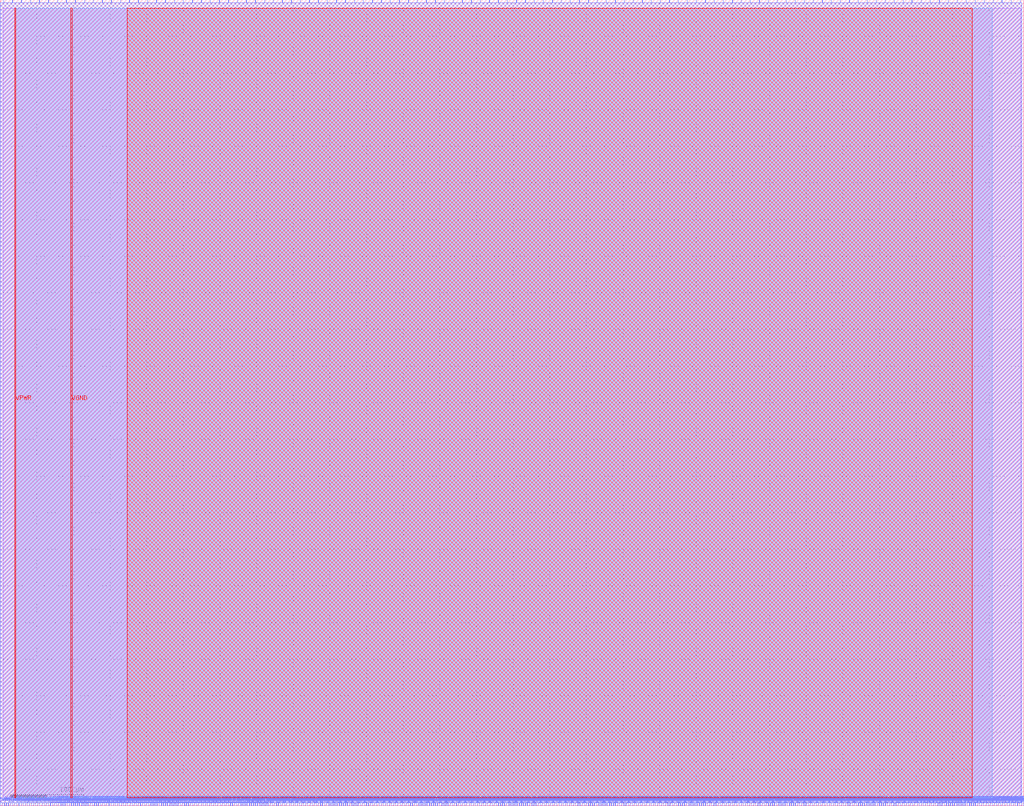
<source format=lef>
VERSION 5.7 ;
  NOWIREEXTENSIONATPIN ON ;
  DIVIDERCHAR "/" ;
  BUSBITCHARS "[]" ;
MACRO vdp_lite_user_proj
  CLASS BLOCK ;
  FOREIGN vdp_lite_user_proj ;
  ORIGIN 0.000 0.000 ;
  SIZE 1396.860 BY 1100.000 ;
  PIN io_in[0]
    DIRECTION INPUT ;
    PORT
      LAYER met2 ;
        RECT 4.620 1096.000 4.900 1100.000 ;
    END
  END io_in[0]
  PIN io_in[10]
    DIRECTION INPUT ;
    PORT
      LAYER met2 ;
        RECT 372.620 1096.000 372.900 1100.000 ;
    END
  END io_in[10]
  PIN io_in[11]
    DIRECTION INPUT ;
    PORT
      LAYER met2 ;
        RECT 409.420 1096.000 409.700 1100.000 ;
    END
  END io_in[11]
  PIN io_in[12]
    DIRECTION INPUT ;
    PORT
      LAYER met2 ;
        RECT 446.220 1096.000 446.500 1100.000 ;
    END
  END io_in[12]
  PIN io_in[13]
    DIRECTION INPUT ;
    PORT
      LAYER met2 ;
        RECT 483.480 1096.000 483.760 1100.000 ;
    END
  END io_in[13]
  PIN io_in[14]
    DIRECTION INPUT ;
    PORT
      LAYER met2 ;
        RECT 520.280 1096.000 520.560 1100.000 ;
    END
  END io_in[14]
  PIN io_in[15]
    DIRECTION INPUT ;
    PORT
      LAYER met2 ;
        RECT 557.080 1096.000 557.360 1100.000 ;
    END
  END io_in[15]
  PIN io_in[16]
    DIRECTION INPUT ;
    PORT
      LAYER met2 ;
        RECT 593.880 1096.000 594.160 1100.000 ;
    END
  END io_in[16]
  PIN io_in[17]
    DIRECTION INPUT ;
    PORT
      LAYER met2 ;
        RECT 630.680 1096.000 630.960 1100.000 ;
    END
  END io_in[17]
  PIN io_in[18]
    DIRECTION INPUT ;
    PORT
      LAYER met2 ;
        RECT 667.480 1096.000 667.760 1100.000 ;
    END
  END io_in[18]
  PIN io_in[19]
    DIRECTION INPUT ;
    PORT
      LAYER met2 ;
        RECT 704.280 1096.000 704.560 1100.000 ;
    END
  END io_in[19]
  PIN io_in[1]
    DIRECTION INPUT ;
    PORT
      LAYER met2 ;
        RECT 41.420 1096.000 41.700 1100.000 ;
    END
  END io_in[1]
  PIN io_in[20]
    DIRECTION INPUT ;
    PORT
      LAYER met2 ;
        RECT 741.080 1096.000 741.360 1100.000 ;
    END
  END io_in[20]
  PIN io_in[21]
    DIRECTION INPUT ;
    PORT
      LAYER met2 ;
        RECT 777.880 1096.000 778.160 1100.000 ;
    END
  END io_in[21]
  PIN io_in[22]
    DIRECTION INPUT ;
    PORT
      LAYER met2 ;
        RECT 814.680 1096.000 814.960 1100.000 ;
    END
  END io_in[22]
  PIN io_in[23]
    DIRECTION INPUT ;
    PORT
      LAYER met2 ;
        RECT 851.480 1096.000 851.760 1100.000 ;
    END
  END io_in[23]
  PIN io_in[24]
    DIRECTION INPUT ;
    PORT
      LAYER met2 ;
        RECT 888.280 1096.000 888.560 1100.000 ;
    END
  END io_in[24]
  PIN io_in[25]
    DIRECTION INPUT ;
    PORT
      LAYER met2 ;
        RECT 925.080 1096.000 925.360 1100.000 ;
    END
  END io_in[25]
  PIN io_in[26]
    DIRECTION INPUT ;
    PORT
      LAYER met2 ;
        RECT 962.340 1096.000 962.620 1100.000 ;
    END
  END io_in[26]
  PIN io_in[27]
    DIRECTION INPUT ;
    PORT
      LAYER met2 ;
        RECT 999.140 1096.000 999.420 1100.000 ;
    END
  END io_in[27]
  PIN io_in[28]
    DIRECTION INPUT ;
    PORT
      LAYER met2 ;
        RECT 1035.940 1096.000 1036.220 1100.000 ;
    END
  END io_in[28]
  PIN io_in[29]
    DIRECTION INPUT ;
    PORT
      LAYER met2 ;
        RECT 1072.740 1096.000 1073.020 1100.000 ;
    END
  END io_in[29]
  PIN io_in[2]
    DIRECTION INPUT ;
    PORT
      LAYER met2 ;
        RECT 78.220 1096.000 78.500 1100.000 ;
    END
  END io_in[2]
  PIN io_in[30]
    DIRECTION INPUT ;
    PORT
      LAYER met2 ;
        RECT 1109.540 1096.000 1109.820 1100.000 ;
    END
  END io_in[30]
  PIN io_in[31]
    DIRECTION INPUT ;
    PORT
      LAYER met2 ;
        RECT 1146.340 1096.000 1146.620 1100.000 ;
    END
  END io_in[31]
  PIN io_in[32]
    DIRECTION INPUT ;
    PORT
      LAYER met2 ;
        RECT 1183.140 1096.000 1183.420 1100.000 ;
    END
  END io_in[32]
  PIN io_in[33]
    DIRECTION INPUT ;
    PORT
      LAYER met2 ;
        RECT 1219.940 1096.000 1220.220 1100.000 ;
    END
  END io_in[33]
  PIN io_in[34]
    DIRECTION INPUT ;
    PORT
      LAYER met2 ;
        RECT 1256.740 1096.000 1257.020 1100.000 ;
    END
  END io_in[34]
  PIN io_in[35]
    DIRECTION INPUT ;
    PORT
      LAYER met2 ;
        RECT 1293.540 1096.000 1293.820 1100.000 ;
    END
  END io_in[35]
  PIN io_in[36]
    DIRECTION INPUT ;
    PORT
      LAYER met2 ;
        RECT 1330.340 1096.000 1330.620 1100.000 ;
    END
  END io_in[36]
  PIN io_in[37]
    DIRECTION INPUT ;
    PORT
      LAYER met2 ;
        RECT 1367.140 1096.000 1367.420 1100.000 ;
    END
  END io_in[37]
  PIN io_in[3]
    DIRECTION INPUT ;
    PORT
      LAYER met2 ;
        RECT 115.020 1096.000 115.300 1100.000 ;
    END
  END io_in[3]
  PIN io_in[4]
    DIRECTION INPUT ;
    PORT
      LAYER met2 ;
        RECT 151.820 1096.000 152.100 1100.000 ;
    END
  END io_in[4]
  PIN io_in[5]
    DIRECTION INPUT ;
    PORT
      LAYER met2 ;
        RECT 188.620 1096.000 188.900 1100.000 ;
    END
  END io_in[5]
  PIN io_in[6]
    DIRECTION INPUT ;
    PORT
      LAYER met2 ;
        RECT 225.420 1096.000 225.700 1100.000 ;
    END
  END io_in[6]
  PIN io_in[7]
    DIRECTION INPUT ;
    PORT
      LAYER met2 ;
        RECT 262.220 1096.000 262.500 1100.000 ;
    END
  END io_in[7]
  PIN io_in[8]
    DIRECTION INPUT ;
    PORT
      LAYER met2 ;
        RECT 299.020 1096.000 299.300 1100.000 ;
    END
  END io_in[8]
  PIN io_in[9]
    DIRECTION INPUT ;
    PORT
      LAYER met2 ;
        RECT 335.820 1096.000 336.100 1100.000 ;
    END
  END io_in[9]
  PIN io_oeb[0]
    DIRECTION OUTPUT TRISTATE ;
    PORT
      LAYER met2 ;
        RECT 16.580 1096.000 16.860 1100.000 ;
    END
  END io_oeb[0]
  PIN io_oeb[10]
    DIRECTION OUTPUT TRISTATE ;
    PORT
      LAYER met2 ;
        RECT 385.040 1096.000 385.320 1100.000 ;
    END
  END io_oeb[10]
  PIN io_oeb[11]
    DIRECTION OUTPUT TRISTATE ;
    PORT
      LAYER met2 ;
        RECT 421.840 1096.000 422.120 1100.000 ;
    END
  END io_oeb[11]
  PIN io_oeb[12]
    DIRECTION OUTPUT TRISTATE ;
    PORT
      LAYER met2 ;
        RECT 458.640 1096.000 458.920 1100.000 ;
    END
  END io_oeb[12]
  PIN io_oeb[13]
    DIRECTION OUTPUT TRISTATE ;
    PORT
      LAYER met2 ;
        RECT 495.440 1096.000 495.720 1100.000 ;
    END
  END io_oeb[13]
  PIN io_oeb[14]
    DIRECTION OUTPUT TRISTATE ;
    PORT
      LAYER met2 ;
        RECT 532.240 1096.000 532.520 1100.000 ;
    END
  END io_oeb[14]
  PIN io_oeb[15]
    DIRECTION OUTPUT TRISTATE ;
    PORT
      LAYER met2 ;
        RECT 569.040 1096.000 569.320 1100.000 ;
    END
  END io_oeb[15]
  PIN io_oeb[16]
    DIRECTION OUTPUT TRISTATE ;
    PORT
      LAYER met2 ;
        RECT 605.840 1096.000 606.120 1100.000 ;
    END
  END io_oeb[16]
  PIN io_oeb[17]
    DIRECTION OUTPUT TRISTATE ;
    PORT
      LAYER met2 ;
        RECT 643.100 1096.000 643.380 1100.000 ;
    END
  END io_oeb[17]
  PIN io_oeb[18]
    DIRECTION OUTPUT TRISTATE ;
    PORT
      LAYER met2 ;
        RECT 679.900 1096.000 680.180 1100.000 ;
    END
  END io_oeb[18]
  PIN io_oeb[19]
    DIRECTION OUTPUT TRISTATE ;
    PORT
      LAYER met2 ;
        RECT 716.700 1096.000 716.980 1100.000 ;
    END
  END io_oeb[19]
  PIN io_oeb[1]
    DIRECTION OUTPUT TRISTATE ;
    PORT
      LAYER met2 ;
        RECT 53.380 1096.000 53.660 1100.000 ;
    END
  END io_oeb[1]
  PIN io_oeb[20]
    DIRECTION OUTPUT TRISTATE ;
    PORT
      LAYER met2 ;
        RECT 753.500 1096.000 753.780 1100.000 ;
    END
  END io_oeb[20]
  PIN io_oeb[21]
    DIRECTION OUTPUT TRISTATE ;
    PORT
      LAYER met2 ;
        RECT 790.300 1096.000 790.580 1100.000 ;
    END
  END io_oeb[21]
  PIN io_oeb[22]
    DIRECTION OUTPUT TRISTATE ;
    PORT
      LAYER met2 ;
        RECT 827.100 1096.000 827.380 1100.000 ;
    END
  END io_oeb[22]
  PIN io_oeb[23]
    DIRECTION OUTPUT TRISTATE ;
    PORT
      LAYER met2 ;
        RECT 863.900 1096.000 864.180 1100.000 ;
    END
  END io_oeb[23]
  PIN io_oeb[24]
    DIRECTION OUTPUT TRISTATE ;
    PORT
      LAYER met2 ;
        RECT 900.700 1096.000 900.980 1100.000 ;
    END
  END io_oeb[24]
  PIN io_oeb[25]
    DIRECTION OUTPUT TRISTATE ;
    PORT
      LAYER met2 ;
        RECT 937.500 1096.000 937.780 1100.000 ;
    END
  END io_oeb[25]
  PIN io_oeb[26]
    DIRECTION OUTPUT TRISTATE ;
    PORT
      LAYER met2 ;
        RECT 974.300 1096.000 974.580 1100.000 ;
    END
  END io_oeb[26]
  PIN io_oeb[27]
    DIRECTION OUTPUT TRISTATE ;
    PORT
      LAYER met2 ;
        RECT 1011.100 1096.000 1011.380 1100.000 ;
    END
  END io_oeb[27]
  PIN io_oeb[28]
    DIRECTION OUTPUT TRISTATE ;
    PORT
      LAYER met2 ;
        RECT 1047.900 1096.000 1048.180 1100.000 ;
    END
  END io_oeb[28]
  PIN io_oeb[29]
    DIRECTION OUTPUT TRISTATE ;
    PORT
      LAYER met2 ;
        RECT 1084.700 1096.000 1084.980 1100.000 ;
    END
  END io_oeb[29]
  PIN io_oeb[2]
    DIRECTION OUTPUT TRISTATE ;
    PORT
      LAYER met2 ;
        RECT 90.180 1096.000 90.460 1100.000 ;
    END
  END io_oeb[2]
  PIN io_oeb[30]
    DIRECTION OUTPUT TRISTATE ;
    PORT
      LAYER met2 ;
        RECT 1121.960 1096.000 1122.240 1100.000 ;
    END
  END io_oeb[30]
  PIN io_oeb[31]
    DIRECTION OUTPUT TRISTATE ;
    PORT
      LAYER met2 ;
        RECT 1158.760 1096.000 1159.040 1100.000 ;
    END
  END io_oeb[31]
  PIN io_oeb[32]
    DIRECTION OUTPUT TRISTATE ;
    PORT
      LAYER met2 ;
        RECT 1195.560 1096.000 1195.840 1100.000 ;
    END
  END io_oeb[32]
  PIN io_oeb[33]
    DIRECTION OUTPUT TRISTATE ;
    PORT
      LAYER met2 ;
        RECT 1232.360 1096.000 1232.640 1100.000 ;
    END
  END io_oeb[33]
  PIN io_oeb[34]
    DIRECTION OUTPUT TRISTATE ;
    PORT
      LAYER met2 ;
        RECT 1269.160 1096.000 1269.440 1100.000 ;
    END
  END io_oeb[34]
  PIN io_oeb[35]
    DIRECTION OUTPUT TRISTATE ;
    PORT
      LAYER met2 ;
        RECT 1305.960 1096.000 1306.240 1100.000 ;
    END
  END io_oeb[35]
  PIN io_oeb[36]
    DIRECTION OUTPUT TRISTATE ;
    PORT
      LAYER met2 ;
        RECT 1342.760 1096.000 1343.040 1100.000 ;
    END
  END io_oeb[36]
  PIN io_oeb[37]
    DIRECTION OUTPUT TRISTATE ;
    PORT
      LAYER met2 ;
        RECT 1379.560 1096.000 1379.840 1100.000 ;
    END
  END io_oeb[37]
  PIN io_oeb[3]
    DIRECTION OUTPUT TRISTATE ;
    PORT
      LAYER met2 ;
        RECT 126.980 1096.000 127.260 1100.000 ;
    END
  END io_oeb[3]
  PIN io_oeb[4]
    DIRECTION OUTPUT TRISTATE ;
    PORT
      LAYER met2 ;
        RECT 164.240 1096.000 164.520 1100.000 ;
    END
  END io_oeb[4]
  PIN io_oeb[5]
    DIRECTION OUTPUT TRISTATE ;
    PORT
      LAYER met2 ;
        RECT 201.040 1096.000 201.320 1100.000 ;
    END
  END io_oeb[5]
  PIN io_oeb[6]
    DIRECTION OUTPUT TRISTATE ;
    PORT
      LAYER met2 ;
        RECT 237.840 1096.000 238.120 1100.000 ;
    END
  END io_oeb[6]
  PIN io_oeb[7]
    DIRECTION OUTPUT TRISTATE ;
    PORT
      LAYER met2 ;
        RECT 274.640 1096.000 274.920 1100.000 ;
    END
  END io_oeb[7]
  PIN io_oeb[8]
    DIRECTION OUTPUT TRISTATE ;
    PORT
      LAYER met2 ;
        RECT 311.440 1096.000 311.720 1100.000 ;
    END
  END io_oeb[8]
  PIN io_oeb[9]
    DIRECTION OUTPUT TRISTATE ;
    PORT
      LAYER met2 ;
        RECT 348.240 1096.000 348.520 1100.000 ;
    END
  END io_oeb[9]
  PIN io_out[0]
    DIRECTION OUTPUT TRISTATE ;
    PORT
      LAYER met2 ;
        RECT 29.000 1096.000 29.280 1100.000 ;
    END
  END io_out[0]
  PIN io_out[10]
    DIRECTION OUTPUT TRISTATE ;
    PORT
      LAYER met2 ;
        RECT 397.460 1096.000 397.740 1100.000 ;
    END
  END io_out[10]
  PIN io_out[11]
    DIRECTION OUTPUT TRISTATE ;
    PORT
      LAYER met2 ;
        RECT 434.260 1096.000 434.540 1100.000 ;
    END
  END io_out[11]
  PIN io_out[12]
    DIRECTION OUTPUT TRISTATE ;
    PORT
      LAYER met2 ;
        RECT 471.060 1096.000 471.340 1100.000 ;
    END
  END io_out[12]
  PIN io_out[13]
    DIRECTION OUTPUT TRISTATE ;
    PORT
      LAYER met2 ;
        RECT 507.860 1096.000 508.140 1100.000 ;
    END
  END io_out[13]
  PIN io_out[14]
    DIRECTION OUTPUT TRISTATE ;
    PORT
      LAYER met2 ;
        RECT 544.660 1096.000 544.940 1100.000 ;
    END
  END io_out[14]
  PIN io_out[15]
    DIRECTION OUTPUT TRISTATE ;
    PORT
      LAYER met2 ;
        RECT 581.460 1096.000 581.740 1100.000 ;
    END
  END io_out[15]
  PIN io_out[16]
    DIRECTION OUTPUT TRISTATE ;
    PORT
      LAYER met2 ;
        RECT 618.260 1096.000 618.540 1100.000 ;
    END
  END io_out[16]
  PIN io_out[17]
    DIRECTION OUTPUT TRISTATE ;
    PORT
      LAYER met2 ;
        RECT 655.060 1096.000 655.340 1100.000 ;
    END
  END io_out[17]
  PIN io_out[18]
    DIRECTION OUTPUT TRISTATE ;
    PORT
      LAYER met2 ;
        RECT 691.860 1096.000 692.140 1100.000 ;
    END
  END io_out[18]
  PIN io_out[19]
    DIRECTION OUTPUT TRISTATE ;
    PORT
      LAYER met2 ;
        RECT 728.660 1096.000 728.940 1100.000 ;
    END
  END io_out[19]
  PIN io_out[1]
    DIRECTION OUTPUT TRISTATE ;
    PORT
      LAYER met2 ;
        RECT 65.800 1096.000 66.080 1100.000 ;
    END
  END io_out[1]
  PIN io_out[20]
    DIRECTION OUTPUT TRISTATE ;
    PORT
      LAYER met2 ;
        RECT 765.460 1096.000 765.740 1100.000 ;
    END
  END io_out[20]
  PIN io_out[21]
    DIRECTION OUTPUT TRISTATE ;
    PORT
      LAYER met2 ;
        RECT 802.720 1096.000 803.000 1100.000 ;
    END
  END io_out[21]
  PIN io_out[22]
    DIRECTION OUTPUT TRISTATE ;
    PORT
      LAYER met2 ;
        RECT 839.520 1096.000 839.800 1100.000 ;
    END
  END io_out[22]
  PIN io_out[23]
    DIRECTION OUTPUT TRISTATE ;
    PORT
      LAYER met2 ;
        RECT 876.320 1096.000 876.600 1100.000 ;
    END
  END io_out[23]
  PIN io_out[24]
    DIRECTION OUTPUT TRISTATE ;
    PORT
      LAYER met2 ;
        RECT 913.120 1096.000 913.400 1100.000 ;
    END
  END io_out[24]
  PIN io_out[25]
    DIRECTION OUTPUT TRISTATE ;
    PORT
      LAYER met2 ;
        RECT 949.920 1096.000 950.200 1100.000 ;
    END
  END io_out[25]
  PIN io_out[26]
    DIRECTION OUTPUT TRISTATE ;
    PORT
      LAYER met2 ;
        RECT 986.720 1096.000 987.000 1100.000 ;
    END
  END io_out[26]
  PIN io_out[27]
    DIRECTION OUTPUT TRISTATE ;
    PORT
      LAYER met2 ;
        RECT 1023.520 1096.000 1023.800 1100.000 ;
    END
  END io_out[27]
  PIN io_out[28]
    DIRECTION OUTPUT TRISTATE ;
    PORT
      LAYER met2 ;
        RECT 1060.320 1096.000 1060.600 1100.000 ;
    END
  END io_out[28]
  PIN io_out[29]
    DIRECTION OUTPUT TRISTATE ;
    PORT
      LAYER met2 ;
        RECT 1097.120 1096.000 1097.400 1100.000 ;
    END
  END io_out[29]
  PIN io_out[2]
    DIRECTION OUTPUT TRISTATE ;
    PORT
      LAYER met2 ;
        RECT 102.600 1096.000 102.880 1100.000 ;
    END
  END io_out[2]
  PIN io_out[30]
    DIRECTION OUTPUT TRISTATE ;
    PORT
      LAYER met2 ;
        RECT 1133.920 1096.000 1134.200 1100.000 ;
    END
  END io_out[30]
  PIN io_out[31]
    DIRECTION OUTPUT TRISTATE ;
    PORT
      LAYER met2 ;
        RECT 1170.720 1096.000 1171.000 1100.000 ;
    END
  END io_out[31]
  PIN io_out[32]
    DIRECTION OUTPUT TRISTATE ;
    PORT
      LAYER met2 ;
        RECT 1207.520 1096.000 1207.800 1100.000 ;
    END
  END io_out[32]
  PIN io_out[33]
    DIRECTION OUTPUT TRISTATE ;
    PORT
      LAYER met2 ;
        RECT 1244.320 1096.000 1244.600 1100.000 ;
    END
  END io_out[33]
  PIN io_out[34]
    DIRECTION OUTPUT TRISTATE ;
    PORT
      LAYER met2 ;
        RECT 1281.580 1096.000 1281.860 1100.000 ;
    END
  END io_out[34]
  PIN io_out[35]
    DIRECTION OUTPUT TRISTATE ;
    PORT
      LAYER met2 ;
        RECT 1318.380 1096.000 1318.660 1100.000 ;
    END
  END io_out[35]
  PIN io_out[36]
    DIRECTION OUTPUT TRISTATE ;
    PORT
      LAYER met2 ;
        RECT 1355.180 1096.000 1355.460 1100.000 ;
    END
  END io_out[36]
  PIN io_out[37]
    DIRECTION OUTPUT TRISTATE ;
    PORT
      LAYER met2 ;
        RECT 1391.980 1096.000 1392.260 1100.000 ;
    END
  END io_out[37]
  PIN io_out[3]
    DIRECTION OUTPUT TRISTATE ;
    PORT
      LAYER met2 ;
        RECT 139.400 1096.000 139.680 1100.000 ;
    END
  END io_out[3]
  PIN io_out[4]
    DIRECTION OUTPUT TRISTATE ;
    PORT
      LAYER met2 ;
        RECT 176.200 1096.000 176.480 1100.000 ;
    END
  END io_out[4]
  PIN io_out[5]
    DIRECTION OUTPUT TRISTATE ;
    PORT
      LAYER met2 ;
        RECT 213.000 1096.000 213.280 1100.000 ;
    END
  END io_out[5]
  PIN io_out[6]
    DIRECTION OUTPUT TRISTATE ;
    PORT
      LAYER met2 ;
        RECT 249.800 1096.000 250.080 1100.000 ;
    END
  END io_out[6]
  PIN io_out[7]
    DIRECTION OUTPUT TRISTATE ;
    PORT
      LAYER met2 ;
        RECT 286.600 1096.000 286.880 1100.000 ;
    END
  END io_out[7]
  PIN io_out[8]
    DIRECTION OUTPUT TRISTATE ;
    PORT
      LAYER met2 ;
        RECT 323.860 1096.000 324.140 1100.000 ;
    END
  END io_out[8]
  PIN io_out[9]
    DIRECTION OUTPUT TRISTATE ;
    PORT
      LAYER met2 ;
        RECT 360.660 1096.000 360.940 1100.000 ;
    END
  END io_out[9]
  PIN la_data_in[0]
    DIRECTION INPUT ;
    PORT
      LAYER met2 ;
        RECT 302.700 0.000 302.980 4.000 ;
    END
  END la_data_in[0]
  PIN la_data_in[100]
    DIRECTION INPUT ;
    PORT
      LAYER met2 ;
        RECT 1159.680 0.000 1159.960 4.000 ;
    END
  END la_data_in[100]
  PIN la_data_in[101]
    DIRECTION INPUT ;
    PORT
      LAYER met2 ;
        RECT 1167.960 0.000 1168.240 4.000 ;
    END
  END la_data_in[101]
  PIN la_data_in[102]
    DIRECTION INPUT ;
    PORT
      LAYER met2 ;
        RECT 1176.700 0.000 1176.980 4.000 ;
    END
  END la_data_in[102]
  PIN la_data_in[103]
    DIRECTION INPUT ;
    PORT
      LAYER met2 ;
        RECT 1185.440 0.000 1185.720 4.000 ;
    END
  END la_data_in[103]
  PIN la_data_in[104]
    DIRECTION INPUT ;
    PORT
      LAYER met2 ;
        RECT 1193.720 0.000 1194.000 4.000 ;
    END
  END la_data_in[104]
  PIN la_data_in[105]
    DIRECTION INPUT ;
    PORT
      LAYER met2 ;
        RECT 1202.460 0.000 1202.740 4.000 ;
    END
  END la_data_in[105]
  PIN la_data_in[106]
    DIRECTION INPUT ;
    PORT
      LAYER met2 ;
        RECT 1211.200 0.000 1211.480 4.000 ;
    END
  END la_data_in[106]
  PIN la_data_in[107]
    DIRECTION INPUT ;
    PORT
      LAYER met2 ;
        RECT 1219.480 0.000 1219.760 4.000 ;
    END
  END la_data_in[107]
  PIN la_data_in[108]
    DIRECTION INPUT ;
    PORT
      LAYER met2 ;
        RECT 1228.220 0.000 1228.500 4.000 ;
    END
  END la_data_in[108]
  PIN la_data_in[109]
    DIRECTION INPUT ;
    PORT
      LAYER met2 ;
        RECT 1236.960 0.000 1237.240 4.000 ;
    END
  END la_data_in[109]
  PIN la_data_in[10]
    DIRECTION INPUT ;
    PORT
      LAYER met2 ;
        RECT 388.260 0.000 388.540 4.000 ;
    END
  END la_data_in[10]
  PIN la_data_in[110]
    DIRECTION INPUT ;
    PORT
      LAYER met2 ;
        RECT 1245.240 0.000 1245.520 4.000 ;
    END
  END la_data_in[110]
  PIN la_data_in[111]
    DIRECTION INPUT ;
    PORT
      LAYER met2 ;
        RECT 1253.980 0.000 1254.260 4.000 ;
    END
  END la_data_in[111]
  PIN la_data_in[112]
    DIRECTION INPUT ;
    PORT
      LAYER met2 ;
        RECT 1262.260 0.000 1262.540 4.000 ;
    END
  END la_data_in[112]
  PIN la_data_in[113]
    DIRECTION INPUT ;
    PORT
      LAYER met2 ;
        RECT 1271.000 0.000 1271.280 4.000 ;
    END
  END la_data_in[113]
  PIN la_data_in[114]
    DIRECTION INPUT ;
    PORT
      LAYER met2 ;
        RECT 1279.740 0.000 1280.020 4.000 ;
    END
  END la_data_in[114]
  PIN la_data_in[115]
    DIRECTION INPUT ;
    PORT
      LAYER met2 ;
        RECT 1288.020 0.000 1288.300 4.000 ;
    END
  END la_data_in[115]
  PIN la_data_in[116]
    DIRECTION INPUT ;
    PORT
      LAYER met2 ;
        RECT 1296.760 0.000 1297.040 4.000 ;
    END
  END la_data_in[116]
  PIN la_data_in[117]
    DIRECTION INPUT ;
    PORT
      LAYER met2 ;
        RECT 1305.500 0.000 1305.780 4.000 ;
    END
  END la_data_in[117]
  PIN la_data_in[118]
    DIRECTION INPUT ;
    PORT
      LAYER met2 ;
        RECT 1313.780 0.000 1314.060 4.000 ;
    END
  END la_data_in[118]
  PIN la_data_in[119]
    DIRECTION INPUT ;
    PORT
      LAYER met2 ;
        RECT 1322.520 0.000 1322.800 4.000 ;
    END
  END la_data_in[119]
  PIN la_data_in[11]
    DIRECTION INPUT ;
    PORT
      LAYER met2 ;
        RECT 397.000 0.000 397.280 4.000 ;
    END
  END la_data_in[11]
  PIN la_data_in[120]
    DIRECTION INPUT ;
    PORT
      LAYER met2 ;
        RECT 1330.800 0.000 1331.080 4.000 ;
    END
  END la_data_in[120]
  PIN la_data_in[121]
    DIRECTION INPUT ;
    PORT
      LAYER met2 ;
        RECT 1339.540 0.000 1339.820 4.000 ;
    END
  END la_data_in[121]
  PIN la_data_in[122]
    DIRECTION INPUT ;
    PORT
      LAYER met2 ;
        RECT 1348.280 0.000 1348.560 4.000 ;
    END
  END la_data_in[122]
  PIN la_data_in[123]
    DIRECTION INPUT ;
    PORT
      LAYER met2 ;
        RECT 1356.560 0.000 1356.840 4.000 ;
    END
  END la_data_in[123]
  PIN la_data_in[124]
    DIRECTION INPUT ;
    PORT
      LAYER met2 ;
        RECT 1365.300 0.000 1365.580 4.000 ;
    END
  END la_data_in[124]
  PIN la_data_in[125]
    DIRECTION INPUT ;
    PORT
      LAYER met2 ;
        RECT 1374.040 0.000 1374.320 4.000 ;
    END
  END la_data_in[125]
  PIN la_data_in[126]
    DIRECTION INPUT ;
    PORT
      LAYER met2 ;
        RECT 1382.320 0.000 1382.600 4.000 ;
    END
  END la_data_in[126]
  PIN la_data_in[127]
    DIRECTION INPUT ;
    PORT
      LAYER met2 ;
        RECT 1391.060 0.000 1391.340 4.000 ;
    END
  END la_data_in[127]
  PIN la_data_in[12]
    DIRECTION INPUT ;
    PORT
      LAYER met2 ;
        RECT 405.280 0.000 405.560 4.000 ;
    END
  END la_data_in[12]
  PIN la_data_in[13]
    DIRECTION INPUT ;
    PORT
      LAYER met2 ;
        RECT 414.020 0.000 414.300 4.000 ;
    END
  END la_data_in[13]
  PIN la_data_in[14]
    DIRECTION INPUT ;
    PORT
      LAYER met2 ;
        RECT 422.760 0.000 423.040 4.000 ;
    END
  END la_data_in[14]
  PIN la_data_in[15]
    DIRECTION INPUT ;
    PORT
      LAYER met2 ;
        RECT 431.040 0.000 431.320 4.000 ;
    END
  END la_data_in[15]
  PIN la_data_in[16]
    DIRECTION INPUT ;
    PORT
      LAYER met2 ;
        RECT 439.780 0.000 440.060 4.000 ;
    END
  END la_data_in[16]
  PIN la_data_in[17]
    DIRECTION INPUT ;
    PORT
      LAYER met2 ;
        RECT 448.520 0.000 448.800 4.000 ;
    END
  END la_data_in[17]
  PIN la_data_in[18]
    DIRECTION INPUT ;
    PORT
      LAYER met2 ;
        RECT 456.800 0.000 457.080 4.000 ;
    END
  END la_data_in[18]
  PIN la_data_in[19]
    DIRECTION INPUT ;
    PORT
      LAYER met2 ;
        RECT 465.540 0.000 465.820 4.000 ;
    END
  END la_data_in[19]
  PIN la_data_in[1]
    DIRECTION INPUT ;
    PORT
      LAYER met2 ;
        RECT 310.980 0.000 311.260 4.000 ;
    END
  END la_data_in[1]
  PIN la_data_in[20]
    DIRECTION INPUT ;
    PORT
      LAYER met2 ;
        RECT 473.820 0.000 474.100 4.000 ;
    END
  END la_data_in[20]
  PIN la_data_in[21]
    DIRECTION INPUT ;
    PORT
      LAYER met2 ;
        RECT 482.560 0.000 482.840 4.000 ;
    END
  END la_data_in[21]
  PIN la_data_in[22]
    DIRECTION INPUT ;
    PORT
      LAYER met2 ;
        RECT 491.300 0.000 491.580 4.000 ;
    END
  END la_data_in[22]
  PIN la_data_in[23]
    DIRECTION INPUT ;
    PORT
      LAYER met2 ;
        RECT 499.580 0.000 499.860 4.000 ;
    END
  END la_data_in[23]
  PIN la_data_in[24]
    DIRECTION INPUT ;
    PORT
      LAYER met2 ;
        RECT 508.320 0.000 508.600 4.000 ;
    END
  END la_data_in[24]
  PIN la_data_in[25]
    DIRECTION INPUT ;
    PORT
      LAYER met2 ;
        RECT 517.060 0.000 517.340 4.000 ;
    END
  END la_data_in[25]
  PIN la_data_in[26]
    DIRECTION INPUT ;
    PORT
      LAYER met2 ;
        RECT 525.340 0.000 525.620 4.000 ;
    END
  END la_data_in[26]
  PIN la_data_in[27]
    DIRECTION INPUT ;
    PORT
      LAYER met2 ;
        RECT 534.080 0.000 534.360 4.000 ;
    END
  END la_data_in[27]
  PIN la_data_in[28]
    DIRECTION INPUT ;
    PORT
      LAYER met2 ;
        RECT 542.360 0.000 542.640 4.000 ;
    END
  END la_data_in[28]
  PIN la_data_in[29]
    DIRECTION INPUT ;
    PORT
      LAYER met2 ;
        RECT 551.100 0.000 551.380 4.000 ;
    END
  END la_data_in[29]
  PIN la_data_in[2]
    DIRECTION INPUT ;
    PORT
      LAYER met2 ;
        RECT 319.720 0.000 320.000 4.000 ;
    END
  END la_data_in[2]
  PIN la_data_in[30]
    DIRECTION INPUT ;
    PORT
      LAYER met2 ;
        RECT 559.840 0.000 560.120 4.000 ;
    END
  END la_data_in[30]
  PIN la_data_in[31]
    DIRECTION INPUT ;
    PORT
      LAYER met2 ;
        RECT 568.120 0.000 568.400 4.000 ;
    END
  END la_data_in[31]
  PIN la_data_in[32]
    DIRECTION INPUT ;
    PORT
      LAYER met2 ;
        RECT 576.860 0.000 577.140 4.000 ;
    END
  END la_data_in[32]
  PIN la_data_in[33]
    DIRECTION INPUT ;
    PORT
      LAYER met2 ;
        RECT 585.600 0.000 585.880 4.000 ;
    END
  END la_data_in[33]
  PIN la_data_in[34]
    DIRECTION INPUT ;
    PORT
      LAYER met2 ;
        RECT 593.880 0.000 594.160 4.000 ;
    END
  END la_data_in[34]
  PIN la_data_in[35]
    DIRECTION INPUT ;
    PORT
      LAYER met2 ;
        RECT 602.620 0.000 602.900 4.000 ;
    END
  END la_data_in[35]
  PIN la_data_in[36]
    DIRECTION INPUT ;
    PORT
      LAYER met2 ;
        RECT 610.900 0.000 611.180 4.000 ;
    END
  END la_data_in[36]
  PIN la_data_in[37]
    DIRECTION INPUT ;
    PORT
      LAYER met2 ;
        RECT 619.640 0.000 619.920 4.000 ;
    END
  END la_data_in[37]
  PIN la_data_in[38]
    DIRECTION INPUT ;
    PORT
      LAYER met2 ;
        RECT 628.380 0.000 628.660 4.000 ;
    END
  END la_data_in[38]
  PIN la_data_in[39]
    DIRECTION INPUT ;
    PORT
      LAYER met2 ;
        RECT 636.660 0.000 636.940 4.000 ;
    END
  END la_data_in[39]
  PIN la_data_in[3]
    DIRECTION INPUT ;
    PORT
      LAYER met2 ;
        RECT 328.460 0.000 328.740 4.000 ;
    END
  END la_data_in[3]
  PIN la_data_in[40]
    DIRECTION INPUT ;
    PORT
      LAYER met2 ;
        RECT 645.400 0.000 645.680 4.000 ;
    END
  END la_data_in[40]
  PIN la_data_in[41]
    DIRECTION INPUT ;
    PORT
      LAYER met2 ;
        RECT 654.140 0.000 654.420 4.000 ;
    END
  END la_data_in[41]
  PIN la_data_in[42]
    DIRECTION INPUT ;
    PORT
      LAYER met2 ;
        RECT 662.420 0.000 662.700 4.000 ;
    END
  END la_data_in[42]
  PIN la_data_in[43]
    DIRECTION INPUT ;
    PORT
      LAYER met2 ;
        RECT 671.160 0.000 671.440 4.000 ;
    END
  END la_data_in[43]
  PIN la_data_in[44]
    DIRECTION INPUT ;
    PORT
      LAYER met2 ;
        RECT 679.900 0.000 680.180 4.000 ;
    END
  END la_data_in[44]
  PIN la_data_in[45]
    DIRECTION INPUT ;
    PORT
      LAYER met2 ;
        RECT 688.180 0.000 688.460 4.000 ;
    END
  END la_data_in[45]
  PIN la_data_in[46]
    DIRECTION INPUT ;
    PORT
      LAYER met2 ;
        RECT 696.920 0.000 697.200 4.000 ;
    END
  END la_data_in[46]
  PIN la_data_in[47]
    DIRECTION INPUT ;
    PORT
      LAYER met2 ;
        RECT 705.200 0.000 705.480 4.000 ;
    END
  END la_data_in[47]
  PIN la_data_in[48]
    DIRECTION INPUT ;
    PORT
      LAYER met2 ;
        RECT 713.940 0.000 714.220 4.000 ;
    END
  END la_data_in[48]
  PIN la_data_in[49]
    DIRECTION INPUT ;
    PORT
      LAYER met2 ;
        RECT 722.680 0.000 722.960 4.000 ;
    END
  END la_data_in[49]
  PIN la_data_in[4]
    DIRECTION INPUT ;
    PORT
      LAYER met2 ;
        RECT 336.740 0.000 337.020 4.000 ;
    END
  END la_data_in[4]
  PIN la_data_in[50]
    DIRECTION INPUT ;
    PORT
      LAYER met2 ;
        RECT 730.960 0.000 731.240 4.000 ;
    END
  END la_data_in[50]
  PIN la_data_in[51]
    DIRECTION INPUT ;
    PORT
      LAYER met2 ;
        RECT 739.700 0.000 739.980 4.000 ;
    END
  END la_data_in[51]
  PIN la_data_in[52]
    DIRECTION INPUT ;
    PORT
      LAYER met2 ;
        RECT 748.440 0.000 748.720 4.000 ;
    END
  END la_data_in[52]
  PIN la_data_in[53]
    DIRECTION INPUT ;
    PORT
      LAYER met2 ;
        RECT 756.720 0.000 757.000 4.000 ;
    END
  END la_data_in[53]
  PIN la_data_in[54]
    DIRECTION INPUT ;
    PORT
      LAYER met2 ;
        RECT 765.460 0.000 765.740 4.000 ;
    END
  END la_data_in[54]
  PIN la_data_in[55]
    DIRECTION INPUT ;
    PORT
      LAYER met2 ;
        RECT 773.740 0.000 774.020 4.000 ;
    END
  END la_data_in[55]
  PIN la_data_in[56]
    DIRECTION INPUT ;
    PORT
      LAYER met2 ;
        RECT 782.480 0.000 782.760 4.000 ;
    END
  END la_data_in[56]
  PIN la_data_in[57]
    DIRECTION INPUT ;
    PORT
      LAYER met2 ;
        RECT 791.220 0.000 791.500 4.000 ;
    END
  END la_data_in[57]
  PIN la_data_in[58]
    DIRECTION INPUT ;
    PORT
      LAYER met2 ;
        RECT 799.500 0.000 799.780 4.000 ;
    END
  END la_data_in[58]
  PIN la_data_in[59]
    DIRECTION INPUT ;
    PORT
      LAYER met2 ;
        RECT 808.240 0.000 808.520 4.000 ;
    END
  END la_data_in[59]
  PIN la_data_in[5]
    DIRECTION INPUT ;
    PORT
      LAYER met2 ;
        RECT 345.480 0.000 345.760 4.000 ;
    END
  END la_data_in[5]
  PIN la_data_in[60]
    DIRECTION INPUT ;
    PORT
      LAYER met2 ;
        RECT 816.980 0.000 817.260 4.000 ;
    END
  END la_data_in[60]
  PIN la_data_in[61]
    DIRECTION INPUT ;
    PORT
      LAYER met2 ;
        RECT 825.260 0.000 825.540 4.000 ;
    END
  END la_data_in[61]
  PIN la_data_in[62]
    DIRECTION INPUT ;
    PORT
      LAYER met2 ;
        RECT 834.000 0.000 834.280 4.000 ;
    END
  END la_data_in[62]
  PIN la_data_in[63]
    DIRECTION INPUT ;
    PORT
      LAYER met2 ;
        RECT 842.740 0.000 843.020 4.000 ;
    END
  END la_data_in[63]
  PIN la_data_in[64]
    DIRECTION INPUT ;
    PORT
      LAYER met2 ;
        RECT 851.020 0.000 851.300 4.000 ;
    END
  END la_data_in[64]
  PIN la_data_in[65]
    DIRECTION INPUT ;
    PORT
      LAYER met2 ;
        RECT 859.760 0.000 860.040 4.000 ;
    END
  END la_data_in[65]
  PIN la_data_in[66]
    DIRECTION INPUT ;
    PORT
      LAYER met2 ;
        RECT 868.040 0.000 868.320 4.000 ;
    END
  END la_data_in[66]
  PIN la_data_in[67]
    DIRECTION INPUT ;
    PORT
      LAYER met2 ;
        RECT 876.780 0.000 877.060 4.000 ;
    END
  END la_data_in[67]
  PIN la_data_in[68]
    DIRECTION INPUT ;
    PORT
      LAYER met2 ;
        RECT 885.520 0.000 885.800 4.000 ;
    END
  END la_data_in[68]
  PIN la_data_in[69]
    DIRECTION INPUT ;
    PORT
      LAYER met2 ;
        RECT 893.800 0.000 894.080 4.000 ;
    END
  END la_data_in[69]
  PIN la_data_in[6]
    DIRECTION INPUT ;
    PORT
      LAYER met2 ;
        RECT 354.220 0.000 354.500 4.000 ;
    END
  END la_data_in[6]
  PIN la_data_in[70]
    DIRECTION INPUT ;
    PORT
      LAYER met2 ;
        RECT 902.540 0.000 902.820 4.000 ;
    END
  END la_data_in[70]
  PIN la_data_in[71]
    DIRECTION INPUT ;
    PORT
      LAYER met2 ;
        RECT 911.280 0.000 911.560 4.000 ;
    END
  END la_data_in[71]
  PIN la_data_in[72]
    DIRECTION INPUT ;
    PORT
      LAYER met2 ;
        RECT 919.560 0.000 919.840 4.000 ;
    END
  END la_data_in[72]
  PIN la_data_in[73]
    DIRECTION INPUT ;
    PORT
      LAYER met2 ;
        RECT 928.300 0.000 928.580 4.000 ;
    END
  END la_data_in[73]
  PIN la_data_in[74]
    DIRECTION INPUT ;
    PORT
      LAYER met2 ;
        RECT 936.580 0.000 936.860 4.000 ;
    END
  END la_data_in[74]
  PIN la_data_in[75]
    DIRECTION INPUT ;
    PORT
      LAYER met2 ;
        RECT 945.320 0.000 945.600 4.000 ;
    END
  END la_data_in[75]
  PIN la_data_in[76]
    DIRECTION INPUT ;
    PORT
      LAYER met2 ;
        RECT 954.060 0.000 954.340 4.000 ;
    END
  END la_data_in[76]
  PIN la_data_in[77]
    DIRECTION INPUT ;
    PORT
      LAYER met2 ;
        RECT 962.340 0.000 962.620 4.000 ;
    END
  END la_data_in[77]
  PIN la_data_in[78]
    DIRECTION INPUT ;
    PORT
      LAYER met2 ;
        RECT 971.080 0.000 971.360 4.000 ;
    END
  END la_data_in[78]
  PIN la_data_in[79]
    DIRECTION INPUT ;
    PORT
      LAYER met2 ;
        RECT 979.820 0.000 980.100 4.000 ;
    END
  END la_data_in[79]
  PIN la_data_in[7]
    DIRECTION INPUT ;
    PORT
      LAYER met2 ;
        RECT 362.500 0.000 362.780 4.000 ;
    END
  END la_data_in[7]
  PIN la_data_in[80]
    DIRECTION INPUT ;
    PORT
      LAYER met2 ;
        RECT 988.100 0.000 988.380 4.000 ;
    END
  END la_data_in[80]
  PIN la_data_in[81]
    DIRECTION INPUT ;
    PORT
      LAYER met2 ;
        RECT 996.840 0.000 997.120 4.000 ;
    END
  END la_data_in[81]
  PIN la_data_in[82]
    DIRECTION INPUT ;
    PORT
      LAYER met2 ;
        RECT 1005.120 0.000 1005.400 4.000 ;
    END
  END la_data_in[82]
  PIN la_data_in[83]
    DIRECTION INPUT ;
    PORT
      LAYER met2 ;
        RECT 1013.860 0.000 1014.140 4.000 ;
    END
  END la_data_in[83]
  PIN la_data_in[84]
    DIRECTION INPUT ;
    PORT
      LAYER met2 ;
        RECT 1022.600 0.000 1022.880 4.000 ;
    END
  END la_data_in[84]
  PIN la_data_in[85]
    DIRECTION INPUT ;
    PORT
      LAYER met2 ;
        RECT 1030.880 0.000 1031.160 4.000 ;
    END
  END la_data_in[85]
  PIN la_data_in[86]
    DIRECTION INPUT ;
    PORT
      LAYER met2 ;
        RECT 1039.620 0.000 1039.900 4.000 ;
    END
  END la_data_in[86]
  PIN la_data_in[87]
    DIRECTION INPUT ;
    PORT
      LAYER met2 ;
        RECT 1048.360 0.000 1048.640 4.000 ;
    END
  END la_data_in[87]
  PIN la_data_in[88]
    DIRECTION INPUT ;
    PORT
      LAYER met2 ;
        RECT 1056.640 0.000 1056.920 4.000 ;
    END
  END la_data_in[88]
  PIN la_data_in[89]
    DIRECTION INPUT ;
    PORT
      LAYER met2 ;
        RECT 1065.380 0.000 1065.660 4.000 ;
    END
  END la_data_in[89]
  PIN la_data_in[8]
    DIRECTION INPUT ;
    PORT
      LAYER met2 ;
        RECT 371.240 0.000 371.520 4.000 ;
    END
  END la_data_in[8]
  PIN la_data_in[90]
    DIRECTION INPUT ;
    PORT
      LAYER met2 ;
        RECT 1074.120 0.000 1074.400 4.000 ;
    END
  END la_data_in[90]
  PIN la_data_in[91]
    DIRECTION INPUT ;
    PORT
      LAYER met2 ;
        RECT 1082.400 0.000 1082.680 4.000 ;
    END
  END la_data_in[91]
  PIN la_data_in[92]
    DIRECTION INPUT ;
    PORT
      LAYER met2 ;
        RECT 1091.140 0.000 1091.420 4.000 ;
    END
  END la_data_in[92]
  PIN la_data_in[93]
    DIRECTION INPUT ;
    PORT
      LAYER met2 ;
        RECT 1099.420 0.000 1099.700 4.000 ;
    END
  END la_data_in[93]
  PIN la_data_in[94]
    DIRECTION INPUT ;
    PORT
      LAYER met2 ;
        RECT 1108.160 0.000 1108.440 4.000 ;
    END
  END la_data_in[94]
  PIN la_data_in[95]
    DIRECTION INPUT ;
    PORT
      LAYER met2 ;
        RECT 1116.900 0.000 1117.180 4.000 ;
    END
  END la_data_in[95]
  PIN la_data_in[96]
    DIRECTION INPUT ;
    PORT
      LAYER met2 ;
        RECT 1125.180 0.000 1125.460 4.000 ;
    END
  END la_data_in[96]
  PIN la_data_in[97]
    DIRECTION INPUT ;
    PORT
      LAYER met2 ;
        RECT 1133.920 0.000 1134.200 4.000 ;
    END
  END la_data_in[97]
  PIN la_data_in[98]
    DIRECTION INPUT ;
    PORT
      LAYER met2 ;
        RECT 1142.660 0.000 1142.940 4.000 ;
    END
  END la_data_in[98]
  PIN la_data_in[99]
    DIRECTION INPUT ;
    PORT
      LAYER met2 ;
        RECT 1150.940 0.000 1151.220 4.000 ;
    END
  END la_data_in[99]
  PIN la_data_in[9]
    DIRECTION INPUT ;
    PORT
      LAYER met2 ;
        RECT 379.520 0.000 379.800 4.000 ;
    END
  END la_data_in[9]
  PIN la_data_out[0]
    DIRECTION OUTPUT TRISTATE ;
    PORT
      LAYER met2 ;
        RECT 305.460 0.000 305.740 4.000 ;
    END
  END la_data_out[0]
  PIN la_data_out[100]
    DIRECTION OUTPUT TRISTATE ;
    PORT
      LAYER met2 ;
        RECT 1162.440 0.000 1162.720 4.000 ;
    END
  END la_data_out[100]
  PIN la_data_out[101]
    DIRECTION OUTPUT TRISTATE ;
    PORT
      LAYER met2 ;
        RECT 1171.180 0.000 1171.460 4.000 ;
    END
  END la_data_out[101]
  PIN la_data_out[102]
    DIRECTION OUTPUT TRISTATE ;
    PORT
      LAYER met2 ;
        RECT 1179.460 0.000 1179.740 4.000 ;
    END
  END la_data_out[102]
  PIN la_data_out[103]
    DIRECTION OUTPUT TRISTATE ;
    PORT
      LAYER met2 ;
        RECT 1188.200 0.000 1188.480 4.000 ;
    END
  END la_data_out[103]
  PIN la_data_out[104]
    DIRECTION OUTPUT TRISTATE ;
    PORT
      LAYER met2 ;
        RECT 1196.940 0.000 1197.220 4.000 ;
    END
  END la_data_out[104]
  PIN la_data_out[105]
    DIRECTION OUTPUT TRISTATE ;
    PORT
      LAYER met2 ;
        RECT 1205.220 0.000 1205.500 4.000 ;
    END
  END la_data_out[105]
  PIN la_data_out[106]
    DIRECTION OUTPUT TRISTATE ;
    PORT
      LAYER met2 ;
        RECT 1213.960 0.000 1214.240 4.000 ;
    END
  END la_data_out[106]
  PIN la_data_out[107]
    DIRECTION OUTPUT TRISTATE ;
    PORT
      LAYER met2 ;
        RECT 1222.240 0.000 1222.520 4.000 ;
    END
  END la_data_out[107]
  PIN la_data_out[108]
    DIRECTION OUTPUT TRISTATE ;
    PORT
      LAYER met2 ;
        RECT 1230.980 0.000 1231.260 4.000 ;
    END
  END la_data_out[108]
  PIN la_data_out[109]
    DIRECTION OUTPUT TRISTATE ;
    PORT
      LAYER met2 ;
        RECT 1239.720 0.000 1240.000 4.000 ;
    END
  END la_data_out[109]
  PIN la_data_out[10]
    DIRECTION OUTPUT TRISTATE ;
    PORT
      LAYER met2 ;
        RECT 391.020 0.000 391.300 4.000 ;
    END
  END la_data_out[10]
  PIN la_data_out[110]
    DIRECTION OUTPUT TRISTATE ;
    PORT
      LAYER met2 ;
        RECT 1248.000 0.000 1248.280 4.000 ;
    END
  END la_data_out[110]
  PIN la_data_out[111]
    DIRECTION OUTPUT TRISTATE ;
    PORT
      LAYER met2 ;
        RECT 1256.740 0.000 1257.020 4.000 ;
    END
  END la_data_out[111]
  PIN la_data_out[112]
    DIRECTION OUTPUT TRISTATE ;
    PORT
      LAYER met2 ;
        RECT 1265.480 0.000 1265.760 4.000 ;
    END
  END la_data_out[112]
  PIN la_data_out[113]
    DIRECTION OUTPUT TRISTATE ;
    PORT
      LAYER met2 ;
        RECT 1273.760 0.000 1274.040 4.000 ;
    END
  END la_data_out[113]
  PIN la_data_out[114]
    DIRECTION OUTPUT TRISTATE ;
    PORT
      LAYER met2 ;
        RECT 1282.500 0.000 1282.780 4.000 ;
    END
  END la_data_out[114]
  PIN la_data_out[115]
    DIRECTION OUTPUT TRISTATE ;
    PORT
      LAYER met2 ;
        RECT 1291.240 0.000 1291.520 4.000 ;
    END
  END la_data_out[115]
  PIN la_data_out[116]
    DIRECTION OUTPUT TRISTATE ;
    PORT
      LAYER met2 ;
        RECT 1299.520 0.000 1299.800 4.000 ;
    END
  END la_data_out[116]
  PIN la_data_out[117]
    DIRECTION OUTPUT TRISTATE ;
    PORT
      LAYER met2 ;
        RECT 1308.260 0.000 1308.540 4.000 ;
    END
  END la_data_out[117]
  PIN la_data_out[118]
    DIRECTION OUTPUT TRISTATE ;
    PORT
      LAYER met2 ;
        RECT 1316.540 0.000 1316.820 4.000 ;
    END
  END la_data_out[118]
  PIN la_data_out[119]
    DIRECTION OUTPUT TRISTATE ;
    PORT
      LAYER met2 ;
        RECT 1325.280 0.000 1325.560 4.000 ;
    END
  END la_data_out[119]
  PIN la_data_out[11]
    DIRECTION OUTPUT TRISTATE ;
    PORT
      LAYER met2 ;
        RECT 399.760 0.000 400.040 4.000 ;
    END
  END la_data_out[11]
  PIN la_data_out[120]
    DIRECTION OUTPUT TRISTATE ;
    PORT
      LAYER met2 ;
        RECT 1334.020 0.000 1334.300 4.000 ;
    END
  END la_data_out[120]
  PIN la_data_out[121]
    DIRECTION OUTPUT TRISTATE ;
    PORT
      LAYER met2 ;
        RECT 1342.300 0.000 1342.580 4.000 ;
    END
  END la_data_out[121]
  PIN la_data_out[122]
    DIRECTION OUTPUT TRISTATE ;
    PORT
      LAYER met2 ;
        RECT 1351.040 0.000 1351.320 4.000 ;
    END
  END la_data_out[122]
  PIN la_data_out[123]
    DIRECTION OUTPUT TRISTATE ;
    PORT
      LAYER met2 ;
        RECT 1359.780 0.000 1360.060 4.000 ;
    END
  END la_data_out[123]
  PIN la_data_out[124]
    DIRECTION OUTPUT TRISTATE ;
    PORT
      LAYER met2 ;
        RECT 1368.060 0.000 1368.340 4.000 ;
    END
  END la_data_out[124]
  PIN la_data_out[125]
    DIRECTION OUTPUT TRISTATE ;
    PORT
      LAYER met2 ;
        RECT 1376.800 0.000 1377.080 4.000 ;
    END
  END la_data_out[125]
  PIN la_data_out[126]
    DIRECTION OUTPUT TRISTATE ;
    PORT
      LAYER met2 ;
        RECT 1385.080 0.000 1385.360 4.000 ;
    END
  END la_data_out[126]
  PIN la_data_out[127]
    DIRECTION OUTPUT TRISTATE ;
    PORT
      LAYER met2 ;
        RECT 1393.820 0.000 1394.100 4.000 ;
    END
  END la_data_out[127]
  PIN la_data_out[12]
    DIRECTION OUTPUT TRISTATE ;
    PORT
      LAYER met2 ;
        RECT 408.500 0.000 408.780 4.000 ;
    END
  END la_data_out[12]
  PIN la_data_out[13]
    DIRECTION OUTPUT TRISTATE ;
    PORT
      LAYER met2 ;
        RECT 416.780 0.000 417.060 4.000 ;
    END
  END la_data_out[13]
  PIN la_data_out[14]
    DIRECTION OUTPUT TRISTATE ;
    PORT
      LAYER met2 ;
        RECT 425.520 0.000 425.800 4.000 ;
    END
  END la_data_out[14]
  PIN la_data_out[15]
    DIRECTION OUTPUT TRISTATE ;
    PORT
      LAYER met2 ;
        RECT 433.800 0.000 434.080 4.000 ;
    END
  END la_data_out[15]
  PIN la_data_out[16]
    DIRECTION OUTPUT TRISTATE ;
    PORT
      LAYER met2 ;
        RECT 442.540 0.000 442.820 4.000 ;
    END
  END la_data_out[16]
  PIN la_data_out[17]
    DIRECTION OUTPUT TRISTATE ;
    PORT
      LAYER met2 ;
        RECT 451.280 0.000 451.560 4.000 ;
    END
  END la_data_out[17]
  PIN la_data_out[18]
    DIRECTION OUTPUT TRISTATE ;
    PORT
      LAYER met2 ;
        RECT 459.560 0.000 459.840 4.000 ;
    END
  END la_data_out[18]
  PIN la_data_out[19]
    DIRECTION OUTPUT TRISTATE ;
    PORT
      LAYER met2 ;
        RECT 468.300 0.000 468.580 4.000 ;
    END
  END la_data_out[19]
  PIN la_data_out[1]
    DIRECTION OUTPUT TRISTATE ;
    PORT
      LAYER met2 ;
        RECT 314.200 0.000 314.480 4.000 ;
    END
  END la_data_out[1]
  PIN la_data_out[20]
    DIRECTION OUTPUT TRISTATE ;
    PORT
      LAYER met2 ;
        RECT 477.040 0.000 477.320 4.000 ;
    END
  END la_data_out[20]
  PIN la_data_out[21]
    DIRECTION OUTPUT TRISTATE ;
    PORT
      LAYER met2 ;
        RECT 485.320 0.000 485.600 4.000 ;
    END
  END la_data_out[21]
  PIN la_data_out[22]
    DIRECTION OUTPUT TRISTATE ;
    PORT
      LAYER met2 ;
        RECT 494.060 0.000 494.340 4.000 ;
    END
  END la_data_out[22]
  PIN la_data_out[23]
    DIRECTION OUTPUT TRISTATE ;
    PORT
      LAYER met2 ;
        RECT 502.340 0.000 502.620 4.000 ;
    END
  END la_data_out[23]
  PIN la_data_out[24]
    DIRECTION OUTPUT TRISTATE ;
    PORT
      LAYER met2 ;
        RECT 511.080 0.000 511.360 4.000 ;
    END
  END la_data_out[24]
  PIN la_data_out[25]
    DIRECTION OUTPUT TRISTATE ;
    PORT
      LAYER met2 ;
        RECT 519.820 0.000 520.100 4.000 ;
    END
  END la_data_out[25]
  PIN la_data_out[26]
    DIRECTION OUTPUT TRISTATE ;
    PORT
      LAYER met2 ;
        RECT 528.100 0.000 528.380 4.000 ;
    END
  END la_data_out[26]
  PIN la_data_out[27]
    DIRECTION OUTPUT TRISTATE ;
    PORT
      LAYER met2 ;
        RECT 536.840 0.000 537.120 4.000 ;
    END
  END la_data_out[27]
  PIN la_data_out[28]
    DIRECTION OUTPUT TRISTATE ;
    PORT
      LAYER met2 ;
        RECT 545.580 0.000 545.860 4.000 ;
    END
  END la_data_out[28]
  PIN la_data_out[29]
    DIRECTION OUTPUT TRISTATE ;
    PORT
      LAYER met2 ;
        RECT 553.860 0.000 554.140 4.000 ;
    END
  END la_data_out[29]
  PIN la_data_out[2]
    DIRECTION OUTPUT TRISTATE ;
    PORT
      LAYER met2 ;
        RECT 322.480 0.000 322.760 4.000 ;
    END
  END la_data_out[2]
  PIN la_data_out[30]
    DIRECTION OUTPUT TRISTATE ;
    PORT
      LAYER met2 ;
        RECT 562.600 0.000 562.880 4.000 ;
    END
  END la_data_out[30]
  PIN la_data_out[31]
    DIRECTION OUTPUT TRISTATE ;
    PORT
      LAYER met2 ;
        RECT 571.340 0.000 571.620 4.000 ;
    END
  END la_data_out[31]
  PIN la_data_out[32]
    DIRECTION OUTPUT TRISTATE ;
    PORT
      LAYER met2 ;
        RECT 579.620 0.000 579.900 4.000 ;
    END
  END la_data_out[32]
  PIN la_data_out[33]
    DIRECTION OUTPUT TRISTATE ;
    PORT
      LAYER met2 ;
        RECT 588.360 0.000 588.640 4.000 ;
    END
  END la_data_out[33]
  PIN la_data_out[34]
    DIRECTION OUTPUT TRISTATE ;
    PORT
      LAYER met2 ;
        RECT 596.640 0.000 596.920 4.000 ;
    END
  END la_data_out[34]
  PIN la_data_out[35]
    DIRECTION OUTPUT TRISTATE ;
    PORT
      LAYER met2 ;
        RECT 605.380 0.000 605.660 4.000 ;
    END
  END la_data_out[35]
  PIN la_data_out[36]
    DIRECTION OUTPUT TRISTATE ;
    PORT
      LAYER met2 ;
        RECT 614.120 0.000 614.400 4.000 ;
    END
  END la_data_out[36]
  PIN la_data_out[37]
    DIRECTION OUTPUT TRISTATE ;
    PORT
      LAYER met2 ;
        RECT 622.400 0.000 622.680 4.000 ;
    END
  END la_data_out[37]
  PIN la_data_out[38]
    DIRECTION OUTPUT TRISTATE ;
    PORT
      LAYER met2 ;
        RECT 631.140 0.000 631.420 4.000 ;
    END
  END la_data_out[38]
  PIN la_data_out[39]
    DIRECTION OUTPUT TRISTATE ;
    PORT
      LAYER met2 ;
        RECT 639.880 0.000 640.160 4.000 ;
    END
  END la_data_out[39]
  PIN la_data_out[3]
    DIRECTION OUTPUT TRISTATE ;
    PORT
      LAYER met2 ;
        RECT 331.220 0.000 331.500 4.000 ;
    END
  END la_data_out[3]
  PIN la_data_out[40]
    DIRECTION OUTPUT TRISTATE ;
    PORT
      LAYER met2 ;
        RECT 648.160 0.000 648.440 4.000 ;
    END
  END la_data_out[40]
  PIN la_data_out[41]
    DIRECTION OUTPUT TRISTATE ;
    PORT
      LAYER met2 ;
        RECT 656.900 0.000 657.180 4.000 ;
    END
  END la_data_out[41]
  PIN la_data_out[42]
    DIRECTION OUTPUT TRISTATE ;
    PORT
      LAYER met2 ;
        RECT 665.180 0.000 665.460 4.000 ;
    END
  END la_data_out[42]
  PIN la_data_out[43]
    DIRECTION OUTPUT TRISTATE ;
    PORT
      LAYER met2 ;
        RECT 673.920 0.000 674.200 4.000 ;
    END
  END la_data_out[43]
  PIN la_data_out[44]
    DIRECTION OUTPUT TRISTATE ;
    PORT
      LAYER met2 ;
        RECT 682.660 0.000 682.940 4.000 ;
    END
  END la_data_out[44]
  PIN la_data_out[45]
    DIRECTION OUTPUT TRISTATE ;
    PORT
      LAYER met2 ;
        RECT 690.940 0.000 691.220 4.000 ;
    END
  END la_data_out[45]
  PIN la_data_out[46]
    DIRECTION OUTPUT TRISTATE ;
    PORT
      LAYER met2 ;
        RECT 699.680 0.000 699.960 4.000 ;
    END
  END la_data_out[46]
  PIN la_data_out[47]
    DIRECTION OUTPUT TRISTATE ;
    PORT
      LAYER met2 ;
        RECT 708.420 0.000 708.700 4.000 ;
    END
  END la_data_out[47]
  PIN la_data_out[48]
    DIRECTION OUTPUT TRISTATE ;
    PORT
      LAYER met2 ;
        RECT 716.700 0.000 716.980 4.000 ;
    END
  END la_data_out[48]
  PIN la_data_out[49]
    DIRECTION OUTPUT TRISTATE ;
    PORT
      LAYER met2 ;
        RECT 725.440 0.000 725.720 4.000 ;
    END
  END la_data_out[49]
  PIN la_data_out[4]
    DIRECTION OUTPUT TRISTATE ;
    PORT
      LAYER met2 ;
        RECT 339.960 0.000 340.240 4.000 ;
    END
  END la_data_out[4]
  PIN la_data_out[50]
    DIRECTION OUTPUT TRISTATE ;
    PORT
      LAYER met2 ;
        RECT 734.180 0.000 734.460 4.000 ;
    END
  END la_data_out[50]
  PIN la_data_out[51]
    DIRECTION OUTPUT TRISTATE ;
    PORT
      LAYER met2 ;
        RECT 742.460 0.000 742.740 4.000 ;
    END
  END la_data_out[51]
  PIN la_data_out[52]
    DIRECTION OUTPUT TRISTATE ;
    PORT
      LAYER met2 ;
        RECT 751.200 0.000 751.480 4.000 ;
    END
  END la_data_out[52]
  PIN la_data_out[53]
    DIRECTION OUTPUT TRISTATE ;
    PORT
      LAYER met2 ;
        RECT 759.480 0.000 759.760 4.000 ;
    END
  END la_data_out[53]
  PIN la_data_out[54]
    DIRECTION OUTPUT TRISTATE ;
    PORT
      LAYER met2 ;
        RECT 768.220 0.000 768.500 4.000 ;
    END
  END la_data_out[54]
  PIN la_data_out[55]
    DIRECTION OUTPUT TRISTATE ;
    PORT
      LAYER met2 ;
        RECT 776.960 0.000 777.240 4.000 ;
    END
  END la_data_out[55]
  PIN la_data_out[56]
    DIRECTION OUTPUT TRISTATE ;
    PORT
      LAYER met2 ;
        RECT 785.240 0.000 785.520 4.000 ;
    END
  END la_data_out[56]
  PIN la_data_out[57]
    DIRECTION OUTPUT TRISTATE ;
    PORT
      LAYER met2 ;
        RECT 793.980 0.000 794.260 4.000 ;
    END
  END la_data_out[57]
  PIN la_data_out[58]
    DIRECTION OUTPUT TRISTATE ;
    PORT
      LAYER met2 ;
        RECT 802.720 0.000 803.000 4.000 ;
    END
  END la_data_out[58]
  PIN la_data_out[59]
    DIRECTION OUTPUT TRISTATE ;
    PORT
      LAYER met2 ;
        RECT 811.000 0.000 811.280 4.000 ;
    END
  END la_data_out[59]
  PIN la_data_out[5]
    DIRECTION OUTPUT TRISTATE ;
    PORT
      LAYER met2 ;
        RECT 348.240 0.000 348.520 4.000 ;
    END
  END la_data_out[5]
  PIN la_data_out[60]
    DIRECTION OUTPUT TRISTATE ;
    PORT
      LAYER met2 ;
        RECT 819.740 0.000 820.020 4.000 ;
    END
  END la_data_out[60]
  PIN la_data_out[61]
    DIRECTION OUTPUT TRISTATE ;
    PORT
      LAYER met2 ;
        RECT 828.020 0.000 828.300 4.000 ;
    END
  END la_data_out[61]
  PIN la_data_out[62]
    DIRECTION OUTPUT TRISTATE ;
    PORT
      LAYER met2 ;
        RECT 836.760 0.000 837.040 4.000 ;
    END
  END la_data_out[62]
  PIN la_data_out[63]
    DIRECTION OUTPUT TRISTATE ;
    PORT
      LAYER met2 ;
        RECT 845.500 0.000 845.780 4.000 ;
    END
  END la_data_out[63]
  PIN la_data_out[64]
    DIRECTION OUTPUT TRISTATE ;
    PORT
      LAYER met2 ;
        RECT 853.780 0.000 854.060 4.000 ;
    END
  END la_data_out[64]
  PIN la_data_out[65]
    DIRECTION OUTPUT TRISTATE ;
    PORT
      LAYER met2 ;
        RECT 862.520 0.000 862.800 4.000 ;
    END
  END la_data_out[65]
  PIN la_data_out[66]
    DIRECTION OUTPUT TRISTATE ;
    PORT
      LAYER met2 ;
        RECT 871.260 0.000 871.540 4.000 ;
    END
  END la_data_out[66]
  PIN la_data_out[67]
    DIRECTION OUTPUT TRISTATE ;
    PORT
      LAYER met2 ;
        RECT 879.540 0.000 879.820 4.000 ;
    END
  END la_data_out[67]
  PIN la_data_out[68]
    DIRECTION OUTPUT TRISTATE ;
    PORT
      LAYER met2 ;
        RECT 888.280 0.000 888.560 4.000 ;
    END
  END la_data_out[68]
  PIN la_data_out[69]
    DIRECTION OUTPUT TRISTATE ;
    PORT
      LAYER met2 ;
        RECT 897.020 0.000 897.300 4.000 ;
    END
  END la_data_out[69]
  PIN la_data_out[6]
    DIRECTION OUTPUT TRISTATE ;
    PORT
      LAYER met2 ;
        RECT 356.980 0.000 357.260 4.000 ;
    END
  END la_data_out[6]
  PIN la_data_out[70]
    DIRECTION OUTPUT TRISTATE ;
    PORT
      LAYER met2 ;
        RECT 905.300 0.000 905.580 4.000 ;
    END
  END la_data_out[70]
  PIN la_data_out[71]
    DIRECTION OUTPUT TRISTATE ;
    PORT
      LAYER met2 ;
        RECT 914.040 0.000 914.320 4.000 ;
    END
  END la_data_out[71]
  PIN la_data_out[72]
    DIRECTION OUTPUT TRISTATE ;
    PORT
      LAYER met2 ;
        RECT 922.320 0.000 922.600 4.000 ;
    END
  END la_data_out[72]
  PIN la_data_out[73]
    DIRECTION OUTPUT TRISTATE ;
    PORT
      LAYER met2 ;
        RECT 931.060 0.000 931.340 4.000 ;
    END
  END la_data_out[73]
  PIN la_data_out[74]
    DIRECTION OUTPUT TRISTATE ;
    PORT
      LAYER met2 ;
        RECT 939.800 0.000 940.080 4.000 ;
    END
  END la_data_out[74]
  PIN la_data_out[75]
    DIRECTION OUTPUT TRISTATE ;
    PORT
      LAYER met2 ;
        RECT 948.080 0.000 948.360 4.000 ;
    END
  END la_data_out[75]
  PIN la_data_out[76]
    DIRECTION OUTPUT TRISTATE ;
    PORT
      LAYER met2 ;
        RECT 956.820 0.000 957.100 4.000 ;
    END
  END la_data_out[76]
  PIN la_data_out[77]
    DIRECTION OUTPUT TRISTATE ;
    PORT
      LAYER met2 ;
        RECT 965.560 0.000 965.840 4.000 ;
    END
  END la_data_out[77]
  PIN la_data_out[78]
    DIRECTION OUTPUT TRISTATE ;
    PORT
      LAYER met2 ;
        RECT 973.840 0.000 974.120 4.000 ;
    END
  END la_data_out[78]
  PIN la_data_out[79]
    DIRECTION OUTPUT TRISTATE ;
    PORT
      LAYER met2 ;
        RECT 982.580 0.000 982.860 4.000 ;
    END
  END la_data_out[79]
  PIN la_data_out[7]
    DIRECTION OUTPUT TRISTATE ;
    PORT
      LAYER met2 ;
        RECT 365.260 0.000 365.540 4.000 ;
    END
  END la_data_out[7]
  PIN la_data_out[80]
    DIRECTION OUTPUT TRISTATE ;
    PORT
      LAYER met2 ;
        RECT 990.860 0.000 991.140 4.000 ;
    END
  END la_data_out[80]
  PIN la_data_out[81]
    DIRECTION OUTPUT TRISTATE ;
    PORT
      LAYER met2 ;
        RECT 999.600 0.000 999.880 4.000 ;
    END
  END la_data_out[81]
  PIN la_data_out[82]
    DIRECTION OUTPUT TRISTATE ;
    PORT
      LAYER met2 ;
        RECT 1008.340 0.000 1008.620 4.000 ;
    END
  END la_data_out[82]
  PIN la_data_out[83]
    DIRECTION OUTPUT TRISTATE ;
    PORT
      LAYER met2 ;
        RECT 1016.620 0.000 1016.900 4.000 ;
    END
  END la_data_out[83]
  PIN la_data_out[84]
    DIRECTION OUTPUT TRISTATE ;
    PORT
      LAYER met2 ;
        RECT 1025.360 0.000 1025.640 4.000 ;
    END
  END la_data_out[84]
  PIN la_data_out[85]
    DIRECTION OUTPUT TRISTATE ;
    PORT
      LAYER met2 ;
        RECT 1034.100 0.000 1034.380 4.000 ;
    END
  END la_data_out[85]
  PIN la_data_out[86]
    DIRECTION OUTPUT TRISTATE ;
    PORT
      LAYER met2 ;
        RECT 1042.380 0.000 1042.660 4.000 ;
    END
  END la_data_out[86]
  PIN la_data_out[87]
    DIRECTION OUTPUT TRISTATE ;
    PORT
      LAYER met2 ;
        RECT 1051.120 0.000 1051.400 4.000 ;
    END
  END la_data_out[87]
  PIN la_data_out[88]
    DIRECTION OUTPUT TRISTATE ;
    PORT
      LAYER met2 ;
        RECT 1059.400 0.000 1059.680 4.000 ;
    END
  END la_data_out[88]
  PIN la_data_out[89]
    DIRECTION OUTPUT TRISTATE ;
    PORT
      LAYER met2 ;
        RECT 1068.140 0.000 1068.420 4.000 ;
    END
  END la_data_out[89]
  PIN la_data_out[8]
    DIRECTION OUTPUT TRISTATE ;
    PORT
      LAYER met2 ;
        RECT 374.000 0.000 374.280 4.000 ;
    END
  END la_data_out[8]
  PIN la_data_out[90]
    DIRECTION OUTPUT TRISTATE ;
    PORT
      LAYER met2 ;
        RECT 1076.880 0.000 1077.160 4.000 ;
    END
  END la_data_out[90]
  PIN la_data_out[91]
    DIRECTION OUTPUT TRISTATE ;
    PORT
      LAYER met2 ;
        RECT 1085.160 0.000 1085.440 4.000 ;
    END
  END la_data_out[91]
  PIN la_data_out[92]
    DIRECTION OUTPUT TRISTATE ;
    PORT
      LAYER met2 ;
        RECT 1093.900 0.000 1094.180 4.000 ;
    END
  END la_data_out[92]
  PIN la_data_out[93]
    DIRECTION OUTPUT TRISTATE ;
    PORT
      LAYER met2 ;
        RECT 1102.640 0.000 1102.920 4.000 ;
    END
  END la_data_out[93]
  PIN la_data_out[94]
    DIRECTION OUTPUT TRISTATE ;
    PORT
      LAYER met2 ;
        RECT 1110.920 0.000 1111.200 4.000 ;
    END
  END la_data_out[94]
  PIN la_data_out[95]
    DIRECTION OUTPUT TRISTATE ;
    PORT
      LAYER met2 ;
        RECT 1119.660 0.000 1119.940 4.000 ;
    END
  END la_data_out[95]
  PIN la_data_out[96]
    DIRECTION OUTPUT TRISTATE ;
    PORT
      LAYER met2 ;
        RECT 1128.400 0.000 1128.680 4.000 ;
    END
  END la_data_out[96]
  PIN la_data_out[97]
    DIRECTION OUTPUT TRISTATE ;
    PORT
      LAYER met2 ;
        RECT 1136.680 0.000 1136.960 4.000 ;
    END
  END la_data_out[97]
  PIN la_data_out[98]
    DIRECTION OUTPUT TRISTATE ;
    PORT
      LAYER met2 ;
        RECT 1145.420 0.000 1145.700 4.000 ;
    END
  END la_data_out[98]
  PIN la_data_out[99]
    DIRECTION OUTPUT TRISTATE ;
    PORT
      LAYER met2 ;
        RECT 1153.700 0.000 1153.980 4.000 ;
    END
  END la_data_out[99]
  PIN la_data_out[9]
    DIRECTION OUTPUT TRISTATE ;
    PORT
      LAYER met2 ;
        RECT 382.740 0.000 383.020 4.000 ;
    END
  END la_data_out[9]
  PIN la_oen[0]
    DIRECTION INPUT ;
    PORT
      LAYER met2 ;
        RECT 308.220 0.000 308.500 4.000 ;
    END
  END la_oen[0]
  PIN la_oen[100]
    DIRECTION INPUT ;
    PORT
      LAYER met2 ;
        RECT 1165.200 0.000 1165.480 4.000 ;
    END
  END la_oen[100]
  PIN la_oen[101]
    DIRECTION INPUT ;
    PORT
      LAYER met2 ;
        RECT 1173.940 0.000 1174.220 4.000 ;
    END
  END la_oen[101]
  PIN la_oen[102]
    DIRECTION INPUT ;
    PORT
      LAYER met2 ;
        RECT 1182.680 0.000 1182.960 4.000 ;
    END
  END la_oen[102]
  PIN la_oen[103]
    DIRECTION INPUT ;
    PORT
      LAYER met2 ;
        RECT 1190.960 0.000 1191.240 4.000 ;
    END
  END la_oen[103]
  PIN la_oen[104]
    DIRECTION INPUT ;
    PORT
      LAYER met2 ;
        RECT 1199.700 0.000 1199.980 4.000 ;
    END
  END la_oen[104]
  PIN la_oen[105]
    DIRECTION INPUT ;
    PORT
      LAYER met2 ;
        RECT 1207.980 0.000 1208.260 4.000 ;
    END
  END la_oen[105]
  PIN la_oen[106]
    DIRECTION INPUT ;
    PORT
      LAYER met2 ;
        RECT 1216.720 0.000 1217.000 4.000 ;
    END
  END la_oen[106]
  PIN la_oen[107]
    DIRECTION INPUT ;
    PORT
      LAYER met2 ;
        RECT 1225.460 0.000 1225.740 4.000 ;
    END
  END la_oen[107]
  PIN la_oen[108]
    DIRECTION INPUT ;
    PORT
      LAYER met2 ;
        RECT 1233.740 0.000 1234.020 4.000 ;
    END
  END la_oen[108]
  PIN la_oen[109]
    DIRECTION INPUT ;
    PORT
      LAYER met2 ;
        RECT 1242.480 0.000 1242.760 4.000 ;
    END
  END la_oen[109]
  PIN la_oen[10]
    DIRECTION INPUT ;
    PORT
      LAYER met2 ;
        RECT 394.240 0.000 394.520 4.000 ;
    END
  END la_oen[10]
  PIN la_oen[110]
    DIRECTION INPUT ;
    PORT
      LAYER met2 ;
        RECT 1251.220 0.000 1251.500 4.000 ;
    END
  END la_oen[110]
  PIN la_oen[111]
    DIRECTION INPUT ;
    PORT
      LAYER met2 ;
        RECT 1259.500 0.000 1259.780 4.000 ;
    END
  END la_oen[111]
  PIN la_oen[112]
    DIRECTION INPUT ;
    PORT
      LAYER met2 ;
        RECT 1268.240 0.000 1268.520 4.000 ;
    END
  END la_oen[112]
  PIN la_oen[113]
    DIRECTION INPUT ;
    PORT
      LAYER met2 ;
        RECT 1276.520 0.000 1276.800 4.000 ;
    END
  END la_oen[113]
  PIN la_oen[114]
    DIRECTION INPUT ;
    PORT
      LAYER met2 ;
        RECT 1285.260 0.000 1285.540 4.000 ;
    END
  END la_oen[114]
  PIN la_oen[115]
    DIRECTION INPUT ;
    PORT
      LAYER met2 ;
        RECT 1294.000 0.000 1294.280 4.000 ;
    END
  END la_oen[115]
  PIN la_oen[116]
    DIRECTION INPUT ;
    PORT
      LAYER met2 ;
        RECT 1302.280 0.000 1302.560 4.000 ;
    END
  END la_oen[116]
  PIN la_oen[117]
    DIRECTION INPUT ;
    PORT
      LAYER met2 ;
        RECT 1311.020 0.000 1311.300 4.000 ;
    END
  END la_oen[117]
  PIN la_oen[118]
    DIRECTION INPUT ;
    PORT
      LAYER met2 ;
        RECT 1319.760 0.000 1320.040 4.000 ;
    END
  END la_oen[118]
  PIN la_oen[119]
    DIRECTION INPUT ;
    PORT
      LAYER met2 ;
        RECT 1328.040 0.000 1328.320 4.000 ;
    END
  END la_oen[119]
  PIN la_oen[11]
    DIRECTION INPUT ;
    PORT
      LAYER met2 ;
        RECT 402.520 0.000 402.800 4.000 ;
    END
  END la_oen[11]
  PIN la_oen[120]
    DIRECTION INPUT ;
    PORT
      LAYER met2 ;
        RECT 1336.780 0.000 1337.060 4.000 ;
    END
  END la_oen[120]
  PIN la_oen[121]
    DIRECTION INPUT ;
    PORT
      LAYER met2 ;
        RECT 1345.520 0.000 1345.800 4.000 ;
    END
  END la_oen[121]
  PIN la_oen[122]
    DIRECTION INPUT ;
    PORT
      LAYER met2 ;
        RECT 1353.800 0.000 1354.080 4.000 ;
    END
  END la_oen[122]
  PIN la_oen[123]
    DIRECTION INPUT ;
    PORT
      LAYER met2 ;
        RECT 1362.540 0.000 1362.820 4.000 ;
    END
  END la_oen[123]
  PIN la_oen[124]
    DIRECTION INPUT ;
    PORT
      LAYER met2 ;
        RECT 1370.820 0.000 1371.100 4.000 ;
    END
  END la_oen[124]
  PIN la_oen[125]
    DIRECTION INPUT ;
    PORT
      LAYER met2 ;
        RECT 1379.560 0.000 1379.840 4.000 ;
    END
  END la_oen[125]
  PIN la_oen[126]
    DIRECTION INPUT ;
    PORT
      LAYER met2 ;
        RECT 1388.300 0.000 1388.580 4.000 ;
    END
  END la_oen[126]
  PIN la_oen[127]
    DIRECTION INPUT ;
    PORT
      LAYER met2 ;
        RECT 1396.580 0.000 1396.860 4.000 ;
    END
  END la_oen[127]
  PIN la_oen[12]
    DIRECTION INPUT ;
    PORT
      LAYER met2 ;
        RECT 411.260 0.000 411.540 4.000 ;
    END
  END la_oen[12]
  PIN la_oen[13]
    DIRECTION INPUT ;
    PORT
      LAYER met2 ;
        RECT 419.540 0.000 419.820 4.000 ;
    END
  END la_oen[13]
  PIN la_oen[14]
    DIRECTION INPUT ;
    PORT
      LAYER met2 ;
        RECT 428.280 0.000 428.560 4.000 ;
    END
  END la_oen[14]
  PIN la_oen[15]
    DIRECTION INPUT ;
    PORT
      LAYER met2 ;
        RECT 437.020 0.000 437.300 4.000 ;
    END
  END la_oen[15]
  PIN la_oen[16]
    DIRECTION INPUT ;
    PORT
      LAYER met2 ;
        RECT 445.300 0.000 445.580 4.000 ;
    END
  END la_oen[16]
  PIN la_oen[17]
    DIRECTION INPUT ;
    PORT
      LAYER met2 ;
        RECT 454.040 0.000 454.320 4.000 ;
    END
  END la_oen[17]
  PIN la_oen[18]
    DIRECTION INPUT ;
    PORT
      LAYER met2 ;
        RECT 462.780 0.000 463.060 4.000 ;
    END
  END la_oen[18]
  PIN la_oen[19]
    DIRECTION INPUT ;
    PORT
      LAYER met2 ;
        RECT 471.060 0.000 471.340 4.000 ;
    END
  END la_oen[19]
  PIN la_oen[1]
    DIRECTION INPUT ;
    PORT
      LAYER met2 ;
        RECT 316.960 0.000 317.240 4.000 ;
    END
  END la_oen[1]
  PIN la_oen[20]
    DIRECTION INPUT ;
    PORT
      LAYER met2 ;
        RECT 479.800 0.000 480.080 4.000 ;
    END
  END la_oen[20]
  PIN la_oen[21]
    DIRECTION INPUT ;
    PORT
      LAYER met2 ;
        RECT 488.080 0.000 488.360 4.000 ;
    END
  END la_oen[21]
  PIN la_oen[22]
    DIRECTION INPUT ;
    PORT
      LAYER met2 ;
        RECT 496.820 0.000 497.100 4.000 ;
    END
  END la_oen[22]
  PIN la_oen[23]
    DIRECTION INPUT ;
    PORT
      LAYER met2 ;
        RECT 505.560 0.000 505.840 4.000 ;
    END
  END la_oen[23]
  PIN la_oen[24]
    DIRECTION INPUT ;
    PORT
      LAYER met2 ;
        RECT 513.840 0.000 514.120 4.000 ;
    END
  END la_oen[24]
  PIN la_oen[25]
    DIRECTION INPUT ;
    PORT
      LAYER met2 ;
        RECT 522.580 0.000 522.860 4.000 ;
    END
  END la_oen[25]
  PIN la_oen[26]
    DIRECTION INPUT ;
    PORT
      LAYER met2 ;
        RECT 531.320 0.000 531.600 4.000 ;
    END
  END la_oen[26]
  PIN la_oen[27]
    DIRECTION INPUT ;
    PORT
      LAYER met2 ;
        RECT 539.600 0.000 539.880 4.000 ;
    END
  END la_oen[27]
  PIN la_oen[28]
    DIRECTION INPUT ;
    PORT
      LAYER met2 ;
        RECT 548.340 0.000 548.620 4.000 ;
    END
  END la_oen[28]
  PIN la_oen[29]
    DIRECTION INPUT ;
    PORT
      LAYER met2 ;
        RECT 556.620 0.000 556.900 4.000 ;
    END
  END la_oen[29]
  PIN la_oen[2]
    DIRECTION INPUT ;
    PORT
      LAYER met2 ;
        RECT 325.240 0.000 325.520 4.000 ;
    END
  END la_oen[2]
  PIN la_oen[30]
    DIRECTION INPUT ;
    PORT
      LAYER met2 ;
        RECT 565.360 0.000 565.640 4.000 ;
    END
  END la_oen[30]
  PIN la_oen[31]
    DIRECTION INPUT ;
    PORT
      LAYER met2 ;
        RECT 574.100 0.000 574.380 4.000 ;
    END
  END la_oen[31]
  PIN la_oen[32]
    DIRECTION INPUT ;
    PORT
      LAYER met2 ;
        RECT 582.380 0.000 582.660 4.000 ;
    END
  END la_oen[32]
  PIN la_oen[33]
    DIRECTION INPUT ;
    PORT
      LAYER met2 ;
        RECT 591.120 0.000 591.400 4.000 ;
    END
  END la_oen[33]
  PIN la_oen[34]
    DIRECTION INPUT ;
    PORT
      LAYER met2 ;
        RECT 599.860 0.000 600.140 4.000 ;
    END
  END la_oen[34]
  PIN la_oen[35]
    DIRECTION INPUT ;
    PORT
      LAYER met2 ;
        RECT 608.140 0.000 608.420 4.000 ;
    END
  END la_oen[35]
  PIN la_oen[36]
    DIRECTION INPUT ;
    PORT
      LAYER met2 ;
        RECT 616.880 0.000 617.160 4.000 ;
    END
  END la_oen[36]
  PIN la_oen[37]
    DIRECTION INPUT ;
    PORT
      LAYER met2 ;
        RECT 625.620 0.000 625.900 4.000 ;
    END
  END la_oen[37]
  PIN la_oen[38]
    DIRECTION INPUT ;
    PORT
      LAYER met2 ;
        RECT 633.900 0.000 634.180 4.000 ;
    END
  END la_oen[38]
  PIN la_oen[39]
    DIRECTION INPUT ;
    PORT
      LAYER met2 ;
        RECT 642.640 0.000 642.920 4.000 ;
    END
  END la_oen[39]
  PIN la_oen[3]
    DIRECTION INPUT ;
    PORT
      LAYER met2 ;
        RECT 333.980 0.000 334.260 4.000 ;
    END
  END la_oen[3]
  PIN la_oen[40]
    DIRECTION INPUT ;
    PORT
      LAYER met2 ;
        RECT 650.920 0.000 651.200 4.000 ;
    END
  END la_oen[40]
  PIN la_oen[41]
    DIRECTION INPUT ;
    PORT
      LAYER met2 ;
        RECT 659.660 0.000 659.940 4.000 ;
    END
  END la_oen[41]
  PIN la_oen[42]
    DIRECTION INPUT ;
    PORT
      LAYER met2 ;
        RECT 668.400 0.000 668.680 4.000 ;
    END
  END la_oen[42]
  PIN la_oen[43]
    DIRECTION INPUT ;
    PORT
      LAYER met2 ;
        RECT 676.680 0.000 676.960 4.000 ;
    END
  END la_oen[43]
  PIN la_oen[44]
    DIRECTION INPUT ;
    PORT
      LAYER met2 ;
        RECT 685.420 0.000 685.700 4.000 ;
    END
  END la_oen[44]
  PIN la_oen[45]
    DIRECTION INPUT ;
    PORT
      LAYER met2 ;
        RECT 694.160 0.000 694.440 4.000 ;
    END
  END la_oen[45]
  PIN la_oen[46]
    DIRECTION INPUT ;
    PORT
      LAYER met2 ;
        RECT 702.440 0.000 702.720 4.000 ;
    END
  END la_oen[46]
  PIN la_oen[47]
    DIRECTION INPUT ;
    PORT
      LAYER met2 ;
        RECT 711.180 0.000 711.460 4.000 ;
    END
  END la_oen[47]
  PIN la_oen[48]
    DIRECTION INPUT ;
    PORT
      LAYER met2 ;
        RECT 719.460 0.000 719.740 4.000 ;
    END
  END la_oen[48]
  PIN la_oen[49]
    DIRECTION INPUT ;
    PORT
      LAYER met2 ;
        RECT 728.200 0.000 728.480 4.000 ;
    END
  END la_oen[49]
  PIN la_oen[4]
    DIRECTION INPUT ;
    PORT
      LAYER met2 ;
        RECT 342.720 0.000 343.000 4.000 ;
    END
  END la_oen[4]
  PIN la_oen[50]
    DIRECTION INPUT ;
    PORT
      LAYER met2 ;
        RECT 736.940 0.000 737.220 4.000 ;
    END
  END la_oen[50]
  PIN la_oen[51]
    DIRECTION INPUT ;
    PORT
      LAYER met2 ;
        RECT 745.220 0.000 745.500 4.000 ;
    END
  END la_oen[51]
  PIN la_oen[52]
    DIRECTION INPUT ;
    PORT
      LAYER met2 ;
        RECT 753.960 0.000 754.240 4.000 ;
    END
  END la_oen[52]
  PIN la_oen[53]
    DIRECTION INPUT ;
    PORT
      LAYER met2 ;
        RECT 762.700 0.000 762.980 4.000 ;
    END
  END la_oen[53]
  PIN la_oen[54]
    DIRECTION INPUT ;
    PORT
      LAYER met2 ;
        RECT 770.980 0.000 771.260 4.000 ;
    END
  END la_oen[54]
  PIN la_oen[55]
    DIRECTION INPUT ;
    PORT
      LAYER met2 ;
        RECT 779.720 0.000 780.000 4.000 ;
    END
  END la_oen[55]
  PIN la_oen[56]
    DIRECTION INPUT ;
    PORT
      LAYER met2 ;
        RECT 788.460 0.000 788.740 4.000 ;
    END
  END la_oen[56]
  PIN la_oen[57]
    DIRECTION INPUT ;
    PORT
      LAYER met2 ;
        RECT 796.740 0.000 797.020 4.000 ;
    END
  END la_oen[57]
  PIN la_oen[58]
    DIRECTION INPUT ;
    PORT
      LAYER met2 ;
        RECT 805.480 0.000 805.760 4.000 ;
    END
  END la_oen[58]
  PIN la_oen[59]
    DIRECTION INPUT ;
    PORT
      LAYER met2 ;
        RECT 813.760 0.000 814.040 4.000 ;
    END
  END la_oen[59]
  PIN la_oen[5]
    DIRECTION INPUT ;
    PORT
      LAYER met2 ;
        RECT 351.000 0.000 351.280 4.000 ;
    END
  END la_oen[5]
  PIN la_oen[60]
    DIRECTION INPUT ;
    PORT
      LAYER met2 ;
        RECT 822.500 0.000 822.780 4.000 ;
    END
  END la_oen[60]
  PIN la_oen[61]
    DIRECTION INPUT ;
    PORT
      LAYER met2 ;
        RECT 831.240 0.000 831.520 4.000 ;
    END
  END la_oen[61]
  PIN la_oen[62]
    DIRECTION INPUT ;
    PORT
      LAYER met2 ;
        RECT 839.520 0.000 839.800 4.000 ;
    END
  END la_oen[62]
  PIN la_oen[63]
    DIRECTION INPUT ;
    PORT
      LAYER met2 ;
        RECT 848.260 0.000 848.540 4.000 ;
    END
  END la_oen[63]
  PIN la_oen[64]
    DIRECTION INPUT ;
    PORT
      LAYER met2 ;
        RECT 857.000 0.000 857.280 4.000 ;
    END
  END la_oen[64]
  PIN la_oen[65]
    DIRECTION INPUT ;
    PORT
      LAYER met2 ;
        RECT 865.280 0.000 865.560 4.000 ;
    END
  END la_oen[65]
  PIN la_oen[66]
    DIRECTION INPUT ;
    PORT
      LAYER met2 ;
        RECT 874.020 0.000 874.300 4.000 ;
    END
  END la_oen[66]
  PIN la_oen[67]
    DIRECTION INPUT ;
    PORT
      LAYER met2 ;
        RECT 882.300 0.000 882.580 4.000 ;
    END
  END la_oen[67]
  PIN la_oen[68]
    DIRECTION INPUT ;
    PORT
      LAYER met2 ;
        RECT 891.040 0.000 891.320 4.000 ;
    END
  END la_oen[68]
  PIN la_oen[69]
    DIRECTION INPUT ;
    PORT
      LAYER met2 ;
        RECT 899.780 0.000 900.060 4.000 ;
    END
  END la_oen[69]
  PIN la_oen[6]
    DIRECTION INPUT ;
    PORT
      LAYER met2 ;
        RECT 359.740 0.000 360.020 4.000 ;
    END
  END la_oen[6]
  PIN la_oen[70]
    DIRECTION INPUT ;
    PORT
      LAYER met2 ;
        RECT 908.060 0.000 908.340 4.000 ;
    END
  END la_oen[70]
  PIN la_oen[71]
    DIRECTION INPUT ;
    PORT
      LAYER met2 ;
        RECT 916.800 0.000 917.080 4.000 ;
    END
  END la_oen[71]
  PIN la_oen[72]
    DIRECTION INPUT ;
    PORT
      LAYER met2 ;
        RECT 925.540 0.000 925.820 4.000 ;
    END
  END la_oen[72]
  PIN la_oen[73]
    DIRECTION INPUT ;
    PORT
      LAYER met2 ;
        RECT 933.820 0.000 934.100 4.000 ;
    END
  END la_oen[73]
  PIN la_oen[74]
    DIRECTION INPUT ;
    PORT
      LAYER met2 ;
        RECT 942.560 0.000 942.840 4.000 ;
    END
  END la_oen[74]
  PIN la_oen[75]
    DIRECTION INPUT ;
    PORT
      LAYER met2 ;
        RECT 950.840 0.000 951.120 4.000 ;
    END
  END la_oen[75]
  PIN la_oen[76]
    DIRECTION INPUT ;
    PORT
      LAYER met2 ;
        RECT 959.580 0.000 959.860 4.000 ;
    END
  END la_oen[76]
  PIN la_oen[77]
    DIRECTION INPUT ;
    PORT
      LAYER met2 ;
        RECT 968.320 0.000 968.600 4.000 ;
    END
  END la_oen[77]
  PIN la_oen[78]
    DIRECTION INPUT ;
    PORT
      LAYER met2 ;
        RECT 976.600 0.000 976.880 4.000 ;
    END
  END la_oen[78]
  PIN la_oen[79]
    DIRECTION INPUT ;
    PORT
      LAYER met2 ;
        RECT 985.340 0.000 985.620 4.000 ;
    END
  END la_oen[79]
  PIN la_oen[7]
    DIRECTION INPUT ;
    PORT
      LAYER met2 ;
        RECT 368.480 0.000 368.760 4.000 ;
    END
  END la_oen[7]
  PIN la_oen[80]
    DIRECTION INPUT ;
    PORT
      LAYER met2 ;
        RECT 994.080 0.000 994.360 4.000 ;
    END
  END la_oen[80]
  PIN la_oen[81]
    DIRECTION INPUT ;
    PORT
      LAYER met2 ;
        RECT 1002.360 0.000 1002.640 4.000 ;
    END
  END la_oen[81]
  PIN la_oen[82]
    DIRECTION INPUT ;
    PORT
      LAYER met2 ;
        RECT 1011.100 0.000 1011.380 4.000 ;
    END
  END la_oen[82]
  PIN la_oen[83]
    DIRECTION INPUT ;
    PORT
      LAYER met2 ;
        RECT 1019.840 0.000 1020.120 4.000 ;
    END
  END la_oen[83]
  PIN la_oen[84]
    DIRECTION INPUT ;
    PORT
      LAYER met2 ;
        RECT 1028.120 0.000 1028.400 4.000 ;
    END
  END la_oen[84]
  PIN la_oen[85]
    DIRECTION INPUT ;
    PORT
      LAYER met2 ;
        RECT 1036.860 0.000 1037.140 4.000 ;
    END
  END la_oen[85]
  PIN la_oen[86]
    DIRECTION INPUT ;
    PORT
      LAYER met2 ;
        RECT 1045.140 0.000 1045.420 4.000 ;
    END
  END la_oen[86]
  PIN la_oen[87]
    DIRECTION INPUT ;
    PORT
      LAYER met2 ;
        RECT 1053.880 0.000 1054.160 4.000 ;
    END
  END la_oen[87]
  PIN la_oen[88]
    DIRECTION INPUT ;
    PORT
      LAYER met2 ;
        RECT 1062.620 0.000 1062.900 4.000 ;
    END
  END la_oen[88]
  PIN la_oen[89]
    DIRECTION INPUT ;
    PORT
      LAYER met2 ;
        RECT 1070.900 0.000 1071.180 4.000 ;
    END
  END la_oen[89]
  PIN la_oen[8]
    DIRECTION INPUT ;
    PORT
      LAYER met2 ;
        RECT 376.760 0.000 377.040 4.000 ;
    END
  END la_oen[8]
  PIN la_oen[90]
    DIRECTION INPUT ;
    PORT
      LAYER met2 ;
        RECT 1079.640 0.000 1079.920 4.000 ;
    END
  END la_oen[90]
  PIN la_oen[91]
    DIRECTION INPUT ;
    PORT
      LAYER met2 ;
        RECT 1088.380 0.000 1088.660 4.000 ;
    END
  END la_oen[91]
  PIN la_oen[92]
    DIRECTION INPUT ;
    PORT
      LAYER met2 ;
        RECT 1096.660 0.000 1096.940 4.000 ;
    END
  END la_oen[92]
  PIN la_oen[93]
    DIRECTION INPUT ;
    PORT
      LAYER met2 ;
        RECT 1105.400 0.000 1105.680 4.000 ;
    END
  END la_oen[93]
  PIN la_oen[94]
    DIRECTION INPUT ;
    PORT
      LAYER met2 ;
        RECT 1113.680 0.000 1113.960 4.000 ;
    END
  END la_oen[94]
  PIN la_oen[95]
    DIRECTION INPUT ;
    PORT
      LAYER met2 ;
        RECT 1122.420 0.000 1122.700 4.000 ;
    END
  END la_oen[95]
  PIN la_oen[96]
    DIRECTION INPUT ;
    PORT
      LAYER met2 ;
        RECT 1131.160 0.000 1131.440 4.000 ;
    END
  END la_oen[96]
  PIN la_oen[97]
    DIRECTION INPUT ;
    PORT
      LAYER met2 ;
        RECT 1139.440 0.000 1139.720 4.000 ;
    END
  END la_oen[97]
  PIN la_oen[98]
    DIRECTION INPUT ;
    PORT
      LAYER met2 ;
        RECT 1148.180 0.000 1148.460 4.000 ;
    END
  END la_oen[98]
  PIN la_oen[99]
    DIRECTION INPUT ;
    PORT
      LAYER met2 ;
        RECT 1156.920 0.000 1157.200 4.000 ;
    END
  END la_oen[99]
  PIN la_oen[9]
    DIRECTION INPUT ;
    PORT
      LAYER met2 ;
        RECT 385.500 0.000 385.780 4.000 ;
    END
  END la_oen[9]
  PIN wb_clk_i
    DIRECTION INPUT ;
    PORT
      LAYER met2 ;
        RECT 0.020 0.000 0.300 4.000 ;
    END
  END wb_clk_i
  PIN wb_rst_i
    DIRECTION INPUT ;
    PORT
      LAYER met2 ;
        RECT 2.780 0.000 3.060 4.000 ;
    END
  END wb_rst_i
  PIN wbs_ack_o
    DIRECTION OUTPUT TRISTATE ;
    PORT
      LAYER met2 ;
        RECT 5.540 0.000 5.820 4.000 ;
    END
  END wbs_ack_o
  PIN wbs_adr_i[0]
    DIRECTION INPUT ;
    PORT
      LAYER met2 ;
        RECT 17.040 0.000 17.320 4.000 ;
    END
  END wbs_adr_i[0]
  PIN wbs_adr_i[10]
    DIRECTION INPUT ;
    PORT
      LAYER met2 ;
        RECT 114.100 0.000 114.380 4.000 ;
    END
  END wbs_adr_i[10]
  PIN wbs_adr_i[11]
    DIRECTION INPUT ;
    PORT
      LAYER met2 ;
        RECT 122.840 0.000 123.120 4.000 ;
    END
  END wbs_adr_i[11]
  PIN wbs_adr_i[12]
    DIRECTION INPUT ;
    PORT
      LAYER met2 ;
        RECT 131.120 0.000 131.400 4.000 ;
    END
  END wbs_adr_i[12]
  PIN wbs_adr_i[13]
    DIRECTION INPUT ;
    PORT
      LAYER met2 ;
        RECT 139.860 0.000 140.140 4.000 ;
    END
  END wbs_adr_i[13]
  PIN wbs_adr_i[14]
    DIRECTION INPUT ;
    PORT
      LAYER met2 ;
        RECT 148.140 0.000 148.420 4.000 ;
    END
  END wbs_adr_i[14]
  PIN wbs_adr_i[15]
    DIRECTION INPUT ;
    PORT
      LAYER met2 ;
        RECT 156.880 0.000 157.160 4.000 ;
    END
  END wbs_adr_i[15]
  PIN wbs_adr_i[16]
    DIRECTION INPUT ;
    PORT
      LAYER met2 ;
        RECT 165.620 0.000 165.900 4.000 ;
    END
  END wbs_adr_i[16]
  PIN wbs_adr_i[17]
    DIRECTION INPUT ;
    PORT
      LAYER met2 ;
        RECT 173.900 0.000 174.180 4.000 ;
    END
  END wbs_adr_i[17]
  PIN wbs_adr_i[18]
    DIRECTION INPUT ;
    PORT
      LAYER met2 ;
        RECT 182.640 0.000 182.920 4.000 ;
    END
  END wbs_adr_i[18]
  PIN wbs_adr_i[19]
    DIRECTION INPUT ;
    PORT
      LAYER met2 ;
        RECT 191.380 0.000 191.660 4.000 ;
    END
  END wbs_adr_i[19]
  PIN wbs_adr_i[1]
    DIRECTION INPUT ;
    PORT
      LAYER met2 ;
        RECT 28.540 0.000 28.820 4.000 ;
    END
  END wbs_adr_i[1]
  PIN wbs_adr_i[20]
    DIRECTION INPUT ;
    PORT
      LAYER met2 ;
        RECT 199.660 0.000 199.940 4.000 ;
    END
  END wbs_adr_i[20]
  PIN wbs_adr_i[21]
    DIRECTION INPUT ;
    PORT
      LAYER met2 ;
        RECT 208.400 0.000 208.680 4.000 ;
    END
  END wbs_adr_i[21]
  PIN wbs_adr_i[22]
    DIRECTION INPUT ;
    PORT
      LAYER met2 ;
        RECT 216.680 0.000 216.960 4.000 ;
    END
  END wbs_adr_i[22]
  PIN wbs_adr_i[23]
    DIRECTION INPUT ;
    PORT
      LAYER met2 ;
        RECT 225.420 0.000 225.700 4.000 ;
    END
  END wbs_adr_i[23]
  PIN wbs_adr_i[24]
    DIRECTION INPUT ;
    PORT
      LAYER met2 ;
        RECT 234.160 0.000 234.440 4.000 ;
    END
  END wbs_adr_i[24]
  PIN wbs_adr_i[25]
    DIRECTION INPUT ;
    PORT
      LAYER met2 ;
        RECT 242.440 0.000 242.720 4.000 ;
    END
  END wbs_adr_i[25]
  PIN wbs_adr_i[26]
    DIRECTION INPUT ;
    PORT
      LAYER met2 ;
        RECT 251.180 0.000 251.460 4.000 ;
    END
  END wbs_adr_i[26]
  PIN wbs_adr_i[27]
    DIRECTION INPUT ;
    PORT
      LAYER met2 ;
        RECT 259.920 0.000 260.200 4.000 ;
    END
  END wbs_adr_i[27]
  PIN wbs_adr_i[28]
    DIRECTION INPUT ;
    PORT
      LAYER met2 ;
        RECT 268.200 0.000 268.480 4.000 ;
    END
  END wbs_adr_i[28]
  PIN wbs_adr_i[29]
    DIRECTION INPUT ;
    PORT
      LAYER met2 ;
        RECT 276.940 0.000 277.220 4.000 ;
    END
  END wbs_adr_i[29]
  PIN wbs_adr_i[2]
    DIRECTION INPUT ;
    PORT
      LAYER met2 ;
        RECT 39.580 0.000 39.860 4.000 ;
    END
  END wbs_adr_i[2]
  PIN wbs_adr_i[30]
    DIRECTION INPUT ;
    PORT
      LAYER met2 ;
        RECT 285.680 0.000 285.960 4.000 ;
    END
  END wbs_adr_i[30]
  PIN wbs_adr_i[31]
    DIRECTION INPUT ;
    PORT
      LAYER met2 ;
        RECT 293.960 0.000 294.240 4.000 ;
    END
  END wbs_adr_i[31]
  PIN wbs_adr_i[3]
    DIRECTION INPUT ;
    PORT
      LAYER met2 ;
        RECT 51.080 0.000 51.360 4.000 ;
    END
  END wbs_adr_i[3]
  PIN wbs_adr_i[4]
    DIRECTION INPUT ;
    PORT
      LAYER met2 ;
        RECT 62.580 0.000 62.860 4.000 ;
    END
  END wbs_adr_i[4]
  PIN wbs_adr_i[5]
    DIRECTION INPUT ;
    PORT
      LAYER met2 ;
        RECT 71.320 0.000 71.600 4.000 ;
    END
  END wbs_adr_i[5]
  PIN wbs_adr_i[6]
    DIRECTION INPUT ;
    PORT
      LAYER met2 ;
        RECT 79.600 0.000 79.880 4.000 ;
    END
  END wbs_adr_i[6]
  PIN wbs_adr_i[7]
    DIRECTION INPUT ;
    PORT
      LAYER met2 ;
        RECT 88.340 0.000 88.620 4.000 ;
    END
  END wbs_adr_i[7]
  PIN wbs_adr_i[8]
    DIRECTION INPUT ;
    PORT
      LAYER met2 ;
        RECT 97.080 0.000 97.360 4.000 ;
    END
  END wbs_adr_i[8]
  PIN wbs_adr_i[9]
    DIRECTION INPUT ;
    PORT
      LAYER met2 ;
        RECT 105.360 0.000 105.640 4.000 ;
    END
  END wbs_adr_i[9]
  PIN wbs_cyc_i
    DIRECTION INPUT ;
    PORT
      LAYER met2 ;
        RECT 8.300 0.000 8.580 4.000 ;
    END
  END wbs_cyc_i
  PIN wbs_dat_i[0]
    DIRECTION INPUT ;
    PORT
      LAYER met2 ;
        RECT 19.800 0.000 20.080 4.000 ;
    END
  END wbs_dat_i[0]
  PIN wbs_dat_i[10]
    DIRECTION INPUT ;
    PORT
      LAYER met2 ;
        RECT 116.860 0.000 117.140 4.000 ;
    END
  END wbs_dat_i[10]
  PIN wbs_dat_i[11]
    DIRECTION INPUT ;
    PORT
      LAYER met2 ;
        RECT 125.600 0.000 125.880 4.000 ;
    END
  END wbs_dat_i[11]
  PIN wbs_dat_i[12]
    DIRECTION INPUT ;
    PORT
      LAYER met2 ;
        RECT 133.880 0.000 134.160 4.000 ;
    END
  END wbs_dat_i[12]
  PIN wbs_dat_i[13]
    DIRECTION INPUT ;
    PORT
      LAYER met2 ;
        RECT 142.620 0.000 142.900 4.000 ;
    END
  END wbs_dat_i[13]
  PIN wbs_dat_i[14]
    DIRECTION INPUT ;
    PORT
      LAYER met2 ;
        RECT 151.360 0.000 151.640 4.000 ;
    END
  END wbs_dat_i[14]
  PIN wbs_dat_i[15]
    DIRECTION INPUT ;
    PORT
      LAYER met2 ;
        RECT 159.640 0.000 159.920 4.000 ;
    END
  END wbs_dat_i[15]
  PIN wbs_dat_i[16]
    DIRECTION INPUT ;
    PORT
      LAYER met2 ;
        RECT 168.380 0.000 168.660 4.000 ;
    END
  END wbs_dat_i[16]
  PIN wbs_dat_i[17]
    DIRECTION INPUT ;
    PORT
      LAYER met2 ;
        RECT 177.120 0.000 177.400 4.000 ;
    END
  END wbs_dat_i[17]
  PIN wbs_dat_i[18]
    DIRECTION INPUT ;
    PORT
      LAYER met2 ;
        RECT 185.400 0.000 185.680 4.000 ;
    END
  END wbs_dat_i[18]
  PIN wbs_dat_i[19]
    DIRECTION INPUT ;
    PORT
      LAYER met2 ;
        RECT 194.140 0.000 194.420 4.000 ;
    END
  END wbs_dat_i[19]
  PIN wbs_dat_i[1]
    DIRECTION INPUT ;
    PORT
      LAYER met2 ;
        RECT 31.300 0.000 31.580 4.000 ;
    END
  END wbs_dat_i[1]
  PIN wbs_dat_i[20]
    DIRECTION INPUT ;
    PORT
      LAYER met2 ;
        RECT 202.420 0.000 202.700 4.000 ;
    END
  END wbs_dat_i[20]
  PIN wbs_dat_i[21]
    DIRECTION INPUT ;
    PORT
      LAYER met2 ;
        RECT 211.160 0.000 211.440 4.000 ;
    END
  END wbs_dat_i[21]
  PIN wbs_dat_i[22]
    DIRECTION INPUT ;
    PORT
      LAYER met2 ;
        RECT 219.900 0.000 220.180 4.000 ;
    END
  END wbs_dat_i[22]
  PIN wbs_dat_i[23]
    DIRECTION INPUT ;
    PORT
      LAYER met2 ;
        RECT 228.180 0.000 228.460 4.000 ;
    END
  END wbs_dat_i[23]
  PIN wbs_dat_i[24]
    DIRECTION INPUT ;
    PORT
      LAYER met2 ;
        RECT 236.920 0.000 237.200 4.000 ;
    END
  END wbs_dat_i[24]
  PIN wbs_dat_i[25]
    DIRECTION INPUT ;
    PORT
      LAYER met2 ;
        RECT 245.660 0.000 245.940 4.000 ;
    END
  END wbs_dat_i[25]
  PIN wbs_dat_i[26]
    DIRECTION INPUT ;
    PORT
      LAYER met2 ;
        RECT 253.940 0.000 254.220 4.000 ;
    END
  END wbs_dat_i[26]
  PIN wbs_dat_i[27]
    DIRECTION INPUT ;
    PORT
      LAYER met2 ;
        RECT 262.680 0.000 262.960 4.000 ;
    END
  END wbs_dat_i[27]
  PIN wbs_dat_i[28]
    DIRECTION INPUT ;
    PORT
      LAYER met2 ;
        RECT 270.960 0.000 271.240 4.000 ;
    END
  END wbs_dat_i[28]
  PIN wbs_dat_i[29]
    DIRECTION INPUT ;
    PORT
      LAYER met2 ;
        RECT 279.700 0.000 279.980 4.000 ;
    END
  END wbs_dat_i[29]
  PIN wbs_dat_i[2]
    DIRECTION INPUT ;
    PORT
      LAYER met2 ;
        RECT 42.800 0.000 43.080 4.000 ;
    END
  END wbs_dat_i[2]
  PIN wbs_dat_i[30]
    DIRECTION INPUT ;
    PORT
      LAYER met2 ;
        RECT 288.440 0.000 288.720 4.000 ;
    END
  END wbs_dat_i[30]
  PIN wbs_dat_i[31]
    DIRECTION INPUT ;
    PORT
      LAYER met2 ;
        RECT 296.720 0.000 297.000 4.000 ;
    END
  END wbs_dat_i[31]
  PIN wbs_dat_i[3]
    DIRECTION INPUT ;
    PORT
      LAYER met2 ;
        RECT 53.840 0.000 54.120 4.000 ;
    END
  END wbs_dat_i[3]
  PIN wbs_dat_i[4]
    DIRECTION INPUT ;
    PORT
      LAYER met2 ;
        RECT 65.340 0.000 65.620 4.000 ;
    END
  END wbs_dat_i[4]
  PIN wbs_dat_i[5]
    DIRECTION INPUT ;
    PORT
      LAYER met2 ;
        RECT 74.080 0.000 74.360 4.000 ;
    END
  END wbs_dat_i[5]
  PIN wbs_dat_i[6]
    DIRECTION INPUT ;
    PORT
      LAYER met2 ;
        RECT 82.820 0.000 83.100 4.000 ;
    END
  END wbs_dat_i[6]
  PIN wbs_dat_i[7]
    DIRECTION INPUT ;
    PORT
      LAYER met2 ;
        RECT 91.100 0.000 91.380 4.000 ;
    END
  END wbs_dat_i[7]
  PIN wbs_dat_i[8]
    DIRECTION INPUT ;
    PORT
      LAYER met2 ;
        RECT 99.840 0.000 100.120 4.000 ;
    END
  END wbs_dat_i[8]
  PIN wbs_dat_i[9]
    DIRECTION INPUT ;
    PORT
      LAYER met2 ;
        RECT 108.120 0.000 108.400 4.000 ;
    END
  END wbs_dat_i[9]
  PIN wbs_dat_o[0]
    DIRECTION OUTPUT TRISTATE ;
    PORT
      LAYER met2 ;
        RECT 22.560 0.000 22.840 4.000 ;
    END
  END wbs_dat_o[0]
  PIN wbs_dat_o[10]
    DIRECTION OUTPUT TRISTATE ;
    PORT
      LAYER met2 ;
        RECT 119.620 0.000 119.900 4.000 ;
    END
  END wbs_dat_o[10]
  PIN wbs_dat_o[11]
    DIRECTION OUTPUT TRISTATE ;
    PORT
      LAYER met2 ;
        RECT 128.360 0.000 128.640 4.000 ;
    END
  END wbs_dat_o[11]
  PIN wbs_dat_o[12]
    DIRECTION OUTPUT TRISTATE ;
    PORT
      LAYER met2 ;
        RECT 137.100 0.000 137.380 4.000 ;
    END
  END wbs_dat_o[12]
  PIN wbs_dat_o[13]
    DIRECTION OUTPUT TRISTATE ;
    PORT
      LAYER met2 ;
        RECT 145.380 0.000 145.660 4.000 ;
    END
  END wbs_dat_o[13]
  PIN wbs_dat_o[14]
    DIRECTION OUTPUT TRISTATE ;
    PORT
      LAYER met2 ;
        RECT 154.120 0.000 154.400 4.000 ;
    END
  END wbs_dat_o[14]
  PIN wbs_dat_o[15]
    DIRECTION OUTPUT TRISTATE ;
    PORT
      LAYER met2 ;
        RECT 162.400 0.000 162.680 4.000 ;
    END
  END wbs_dat_o[15]
  PIN wbs_dat_o[16]
    DIRECTION OUTPUT TRISTATE ;
    PORT
      LAYER met2 ;
        RECT 171.140 0.000 171.420 4.000 ;
    END
  END wbs_dat_o[16]
  PIN wbs_dat_o[17]
    DIRECTION OUTPUT TRISTATE ;
    PORT
      LAYER met2 ;
        RECT 179.880 0.000 180.160 4.000 ;
    END
  END wbs_dat_o[17]
  PIN wbs_dat_o[18]
    DIRECTION OUTPUT TRISTATE ;
    PORT
      LAYER met2 ;
        RECT 188.160 0.000 188.440 4.000 ;
    END
  END wbs_dat_o[18]
  PIN wbs_dat_o[19]
    DIRECTION OUTPUT TRISTATE ;
    PORT
      LAYER met2 ;
        RECT 196.900 0.000 197.180 4.000 ;
    END
  END wbs_dat_o[19]
  PIN wbs_dat_o[1]
    DIRECTION OUTPUT TRISTATE ;
    PORT
      LAYER met2 ;
        RECT 34.060 0.000 34.340 4.000 ;
    END
  END wbs_dat_o[1]
  PIN wbs_dat_o[20]
    DIRECTION OUTPUT TRISTATE ;
    PORT
      LAYER met2 ;
        RECT 205.640 0.000 205.920 4.000 ;
    END
  END wbs_dat_o[20]
  PIN wbs_dat_o[21]
    DIRECTION OUTPUT TRISTATE ;
    PORT
      LAYER met2 ;
        RECT 213.920 0.000 214.200 4.000 ;
    END
  END wbs_dat_o[21]
  PIN wbs_dat_o[22]
    DIRECTION OUTPUT TRISTATE ;
    PORT
      LAYER met2 ;
        RECT 222.660 0.000 222.940 4.000 ;
    END
  END wbs_dat_o[22]
  PIN wbs_dat_o[23]
    DIRECTION OUTPUT TRISTATE ;
    PORT
      LAYER met2 ;
        RECT 231.400 0.000 231.680 4.000 ;
    END
  END wbs_dat_o[23]
  PIN wbs_dat_o[24]
    DIRECTION OUTPUT TRISTATE ;
    PORT
      LAYER met2 ;
        RECT 239.680 0.000 239.960 4.000 ;
    END
  END wbs_dat_o[24]
  PIN wbs_dat_o[25]
    DIRECTION OUTPUT TRISTATE ;
    PORT
      LAYER met2 ;
        RECT 248.420 0.000 248.700 4.000 ;
    END
  END wbs_dat_o[25]
  PIN wbs_dat_o[26]
    DIRECTION OUTPUT TRISTATE ;
    PORT
      LAYER met2 ;
        RECT 256.700 0.000 256.980 4.000 ;
    END
  END wbs_dat_o[26]
  PIN wbs_dat_o[27]
    DIRECTION OUTPUT TRISTATE ;
    PORT
      LAYER met2 ;
        RECT 265.440 0.000 265.720 4.000 ;
    END
  END wbs_dat_o[27]
  PIN wbs_dat_o[28]
    DIRECTION OUTPUT TRISTATE ;
    PORT
      LAYER met2 ;
        RECT 274.180 0.000 274.460 4.000 ;
    END
  END wbs_dat_o[28]
  PIN wbs_dat_o[29]
    DIRECTION OUTPUT TRISTATE ;
    PORT
      LAYER met2 ;
        RECT 282.460 0.000 282.740 4.000 ;
    END
  END wbs_dat_o[29]
  PIN wbs_dat_o[2]
    DIRECTION OUTPUT TRISTATE ;
    PORT
      LAYER met2 ;
        RECT 45.560 0.000 45.840 4.000 ;
    END
  END wbs_dat_o[2]
  PIN wbs_dat_o[30]
    DIRECTION OUTPUT TRISTATE ;
    PORT
      LAYER met2 ;
        RECT 291.200 0.000 291.480 4.000 ;
    END
  END wbs_dat_o[30]
  PIN wbs_dat_o[31]
    DIRECTION OUTPUT TRISTATE ;
    PORT
      LAYER met2 ;
        RECT 299.940 0.000 300.220 4.000 ;
    END
  END wbs_dat_o[31]
  PIN wbs_dat_o[3]
    DIRECTION OUTPUT TRISTATE ;
    PORT
      LAYER met2 ;
        RECT 57.060 0.000 57.340 4.000 ;
    END
  END wbs_dat_o[3]
  PIN wbs_dat_o[4]
    DIRECTION OUTPUT TRISTATE ;
    PORT
      LAYER met2 ;
        RECT 68.560 0.000 68.840 4.000 ;
    END
  END wbs_dat_o[4]
  PIN wbs_dat_o[5]
    DIRECTION OUTPUT TRISTATE ;
    PORT
      LAYER met2 ;
        RECT 76.840 0.000 77.120 4.000 ;
    END
  END wbs_dat_o[5]
  PIN wbs_dat_o[6]
    DIRECTION OUTPUT TRISTATE ;
    PORT
      LAYER met2 ;
        RECT 85.580 0.000 85.860 4.000 ;
    END
  END wbs_dat_o[6]
  PIN wbs_dat_o[7]
    DIRECTION OUTPUT TRISTATE ;
    PORT
      LAYER met2 ;
        RECT 93.860 0.000 94.140 4.000 ;
    END
  END wbs_dat_o[7]
  PIN wbs_dat_o[8]
    DIRECTION OUTPUT TRISTATE ;
    PORT
      LAYER met2 ;
        RECT 102.600 0.000 102.880 4.000 ;
    END
  END wbs_dat_o[8]
  PIN wbs_dat_o[9]
    DIRECTION OUTPUT TRISTATE ;
    PORT
      LAYER met2 ;
        RECT 111.340 0.000 111.620 4.000 ;
    END
  END wbs_dat_o[9]
  PIN wbs_sel_i[0]
    DIRECTION INPUT ;
    PORT
      LAYER met2 ;
        RECT 25.320 0.000 25.600 4.000 ;
    END
  END wbs_sel_i[0]
  PIN wbs_sel_i[1]
    DIRECTION INPUT ;
    PORT
      LAYER met2 ;
        RECT 36.820 0.000 37.100 4.000 ;
    END
  END wbs_sel_i[1]
  PIN wbs_sel_i[2]
    DIRECTION INPUT ;
    PORT
      LAYER met2 ;
        RECT 48.320 0.000 48.600 4.000 ;
    END
  END wbs_sel_i[2]
  PIN wbs_sel_i[3]
    DIRECTION INPUT ;
    PORT
      LAYER met2 ;
        RECT 59.820 0.000 60.100 4.000 ;
    END
  END wbs_sel_i[3]
  PIN wbs_stb_i
    DIRECTION INPUT ;
    PORT
      LAYER met2 ;
        RECT 11.060 0.000 11.340 4.000 ;
    END
  END wbs_stb_i
  PIN wbs_we_i
    DIRECTION INPUT ;
    PORT
      LAYER met2 ;
        RECT 14.280 0.000 14.560 4.000 ;
    END
  END wbs_we_i
  PIN VPWR
    DIRECTION INPUT ;
    USE POWER ;
    PORT
      LAYER met4 ;
        RECT 19.590 10.640 21.190 1088.240 ;
    END
  END VPWR
  PIN VGND
    DIRECTION INPUT ;
    USE GROUND ;
    PORT
      LAYER met4 ;
        RECT 96.390 10.640 97.990 1088.240 ;
    END
  END VGND
  OBS
      LAYER li1 ;
        RECT 4.070 10.795 1392.810 1088.085 ;
      LAYER met1 ;
        RECT 0.000 6.840 1394.120 1095.780 ;
      LAYER met2 ;
        RECT 0.030 1095.720 4.340 1096.000 ;
        RECT 5.180 1095.720 16.300 1096.000 ;
        RECT 17.140 1095.720 28.720 1096.000 ;
        RECT 29.560 1095.720 41.140 1096.000 ;
        RECT 41.980 1095.720 53.100 1096.000 ;
        RECT 53.940 1095.720 65.520 1096.000 ;
        RECT 66.360 1095.720 77.940 1096.000 ;
        RECT 78.780 1095.720 89.900 1096.000 ;
        RECT 90.740 1095.720 102.320 1096.000 ;
        RECT 103.160 1095.720 114.740 1096.000 ;
        RECT 115.580 1095.720 126.700 1096.000 ;
        RECT 127.540 1095.720 139.120 1096.000 ;
        RECT 139.960 1095.720 151.540 1096.000 ;
        RECT 152.380 1095.720 163.960 1096.000 ;
        RECT 164.800 1095.720 175.920 1096.000 ;
        RECT 176.760 1095.720 188.340 1096.000 ;
        RECT 189.180 1095.720 200.760 1096.000 ;
        RECT 201.600 1095.720 212.720 1096.000 ;
        RECT 213.560 1095.720 225.140 1096.000 ;
        RECT 225.980 1095.720 237.560 1096.000 ;
        RECT 238.400 1095.720 249.520 1096.000 ;
        RECT 250.360 1095.720 261.940 1096.000 ;
        RECT 262.780 1095.720 274.360 1096.000 ;
        RECT 275.200 1095.720 286.320 1096.000 ;
        RECT 287.160 1095.720 298.740 1096.000 ;
        RECT 299.580 1095.720 311.160 1096.000 ;
        RECT 312.000 1095.720 323.580 1096.000 ;
        RECT 324.420 1095.720 335.540 1096.000 ;
        RECT 336.380 1095.720 347.960 1096.000 ;
        RECT 348.800 1095.720 360.380 1096.000 ;
        RECT 361.220 1095.720 372.340 1096.000 ;
        RECT 373.180 1095.720 384.760 1096.000 ;
        RECT 385.600 1095.720 397.180 1096.000 ;
        RECT 398.020 1095.720 409.140 1096.000 ;
        RECT 409.980 1095.720 421.560 1096.000 ;
        RECT 422.400 1095.720 433.980 1096.000 ;
        RECT 434.820 1095.720 445.940 1096.000 ;
        RECT 446.780 1095.720 458.360 1096.000 ;
        RECT 459.200 1095.720 470.780 1096.000 ;
        RECT 471.620 1095.720 483.200 1096.000 ;
        RECT 484.040 1095.720 495.160 1096.000 ;
        RECT 496.000 1095.720 507.580 1096.000 ;
        RECT 508.420 1095.720 520.000 1096.000 ;
        RECT 520.840 1095.720 531.960 1096.000 ;
        RECT 532.800 1095.720 544.380 1096.000 ;
        RECT 545.220 1095.720 556.800 1096.000 ;
        RECT 557.640 1095.720 568.760 1096.000 ;
        RECT 569.600 1095.720 581.180 1096.000 ;
        RECT 582.020 1095.720 593.600 1096.000 ;
        RECT 594.440 1095.720 605.560 1096.000 ;
        RECT 606.400 1095.720 617.980 1096.000 ;
        RECT 618.820 1095.720 630.400 1096.000 ;
        RECT 631.240 1095.720 642.820 1096.000 ;
        RECT 643.660 1095.720 654.780 1096.000 ;
        RECT 655.620 1095.720 667.200 1096.000 ;
        RECT 668.040 1095.720 679.620 1096.000 ;
        RECT 680.460 1095.720 691.580 1096.000 ;
        RECT 692.420 1095.720 704.000 1096.000 ;
        RECT 704.840 1095.720 716.420 1096.000 ;
        RECT 717.260 1095.720 728.380 1096.000 ;
        RECT 729.220 1095.720 740.800 1096.000 ;
        RECT 741.640 1095.720 753.220 1096.000 ;
        RECT 754.060 1095.720 765.180 1096.000 ;
        RECT 766.020 1095.720 777.600 1096.000 ;
        RECT 778.440 1095.720 790.020 1096.000 ;
        RECT 790.860 1095.720 802.440 1096.000 ;
        RECT 803.280 1095.720 814.400 1096.000 ;
        RECT 815.240 1095.720 826.820 1096.000 ;
        RECT 827.660 1095.720 839.240 1096.000 ;
        RECT 840.080 1095.720 851.200 1096.000 ;
        RECT 852.040 1095.720 863.620 1096.000 ;
        RECT 864.460 1095.720 876.040 1096.000 ;
        RECT 876.880 1095.720 888.000 1096.000 ;
        RECT 888.840 1095.720 900.420 1096.000 ;
        RECT 901.260 1095.720 912.840 1096.000 ;
        RECT 913.680 1095.720 924.800 1096.000 ;
        RECT 925.640 1095.720 937.220 1096.000 ;
        RECT 938.060 1095.720 949.640 1096.000 ;
        RECT 950.480 1095.720 962.060 1096.000 ;
        RECT 962.900 1095.720 974.020 1096.000 ;
        RECT 974.860 1095.720 986.440 1096.000 ;
        RECT 987.280 1095.720 998.860 1096.000 ;
        RECT 999.700 1095.720 1010.820 1096.000 ;
        RECT 1011.660 1095.720 1023.240 1096.000 ;
        RECT 1024.080 1095.720 1035.660 1096.000 ;
        RECT 1036.500 1095.720 1047.620 1096.000 ;
        RECT 1048.460 1095.720 1060.040 1096.000 ;
        RECT 1060.880 1095.720 1072.460 1096.000 ;
        RECT 1073.300 1095.720 1084.420 1096.000 ;
        RECT 1085.260 1095.720 1096.840 1096.000 ;
        RECT 1097.680 1095.720 1109.260 1096.000 ;
        RECT 1110.100 1095.720 1121.680 1096.000 ;
        RECT 1122.520 1095.720 1133.640 1096.000 ;
        RECT 1134.480 1095.720 1146.060 1096.000 ;
        RECT 1146.900 1095.720 1158.480 1096.000 ;
        RECT 1159.320 1095.720 1170.440 1096.000 ;
        RECT 1171.280 1095.720 1182.860 1096.000 ;
        RECT 1183.700 1095.720 1195.280 1096.000 ;
        RECT 1196.120 1095.720 1207.240 1096.000 ;
        RECT 1208.080 1095.720 1219.660 1096.000 ;
        RECT 1220.500 1095.720 1232.080 1096.000 ;
        RECT 1232.920 1095.720 1244.040 1096.000 ;
        RECT 1244.880 1095.720 1256.460 1096.000 ;
        RECT 1257.300 1095.720 1268.880 1096.000 ;
        RECT 1269.720 1095.720 1281.300 1096.000 ;
        RECT 1282.140 1095.720 1293.260 1096.000 ;
        RECT 1294.100 1095.720 1305.680 1096.000 ;
        RECT 1306.520 1095.720 1318.100 1096.000 ;
        RECT 1318.940 1095.720 1330.060 1096.000 ;
        RECT 1330.900 1095.720 1342.480 1096.000 ;
        RECT 1343.320 1095.720 1354.900 1096.000 ;
        RECT 1355.740 1095.720 1366.860 1096.000 ;
        RECT 1367.700 1095.720 1379.280 1096.000 ;
        RECT 1380.120 1095.720 1391.700 1096.000 ;
        RECT 1392.540 1095.720 1394.090 1096.000 ;
        RECT 0.030 4.280 1394.090 1095.720 ;
        RECT 0.580 4.000 2.500 4.280 ;
        RECT 3.340 4.000 5.260 4.280 ;
        RECT 6.100 4.000 8.020 4.280 ;
        RECT 8.860 4.000 10.780 4.280 ;
        RECT 11.620 4.000 14.000 4.280 ;
        RECT 14.840 4.000 16.760 4.280 ;
        RECT 17.600 4.000 19.520 4.280 ;
        RECT 20.360 4.000 22.280 4.280 ;
        RECT 23.120 4.000 25.040 4.280 ;
        RECT 25.880 4.000 28.260 4.280 ;
        RECT 29.100 4.000 31.020 4.280 ;
        RECT 31.860 4.000 33.780 4.280 ;
        RECT 34.620 4.000 36.540 4.280 ;
        RECT 37.380 4.000 39.300 4.280 ;
        RECT 40.140 4.000 42.520 4.280 ;
        RECT 43.360 4.000 45.280 4.280 ;
        RECT 46.120 4.000 48.040 4.280 ;
        RECT 48.880 4.000 50.800 4.280 ;
        RECT 51.640 4.000 53.560 4.280 ;
        RECT 54.400 4.000 56.780 4.280 ;
        RECT 57.620 4.000 59.540 4.280 ;
        RECT 60.380 4.000 62.300 4.280 ;
        RECT 63.140 4.000 65.060 4.280 ;
        RECT 65.900 4.000 68.280 4.280 ;
        RECT 69.120 4.000 71.040 4.280 ;
        RECT 71.880 4.000 73.800 4.280 ;
        RECT 74.640 4.000 76.560 4.280 ;
        RECT 77.400 4.000 79.320 4.280 ;
        RECT 80.160 4.000 82.540 4.280 ;
        RECT 83.380 4.000 85.300 4.280 ;
        RECT 86.140 4.000 88.060 4.280 ;
        RECT 88.900 4.000 90.820 4.280 ;
        RECT 91.660 4.000 93.580 4.280 ;
        RECT 94.420 4.000 96.800 4.280 ;
        RECT 97.640 4.000 99.560 4.280 ;
        RECT 100.400 4.000 102.320 4.280 ;
        RECT 103.160 4.000 105.080 4.280 ;
        RECT 105.920 4.000 107.840 4.280 ;
        RECT 108.680 4.000 111.060 4.280 ;
        RECT 111.900 4.000 113.820 4.280 ;
        RECT 114.660 4.000 116.580 4.280 ;
        RECT 117.420 4.000 119.340 4.280 ;
        RECT 120.180 4.000 122.560 4.280 ;
        RECT 123.400 4.000 125.320 4.280 ;
        RECT 126.160 4.000 128.080 4.280 ;
        RECT 128.920 4.000 130.840 4.280 ;
        RECT 131.680 4.000 133.600 4.280 ;
        RECT 134.440 4.000 136.820 4.280 ;
        RECT 137.660 4.000 139.580 4.280 ;
        RECT 140.420 4.000 142.340 4.280 ;
        RECT 143.180 4.000 145.100 4.280 ;
        RECT 145.940 4.000 147.860 4.280 ;
        RECT 148.700 4.000 151.080 4.280 ;
        RECT 151.920 4.000 153.840 4.280 ;
        RECT 154.680 4.000 156.600 4.280 ;
        RECT 157.440 4.000 159.360 4.280 ;
        RECT 160.200 4.000 162.120 4.280 ;
        RECT 162.960 4.000 165.340 4.280 ;
        RECT 166.180 4.000 168.100 4.280 ;
        RECT 168.940 4.000 170.860 4.280 ;
        RECT 171.700 4.000 173.620 4.280 ;
        RECT 174.460 4.000 176.840 4.280 ;
        RECT 177.680 4.000 179.600 4.280 ;
        RECT 180.440 4.000 182.360 4.280 ;
        RECT 183.200 4.000 185.120 4.280 ;
        RECT 185.960 4.000 187.880 4.280 ;
        RECT 188.720 4.000 191.100 4.280 ;
        RECT 191.940 4.000 193.860 4.280 ;
        RECT 194.700 4.000 196.620 4.280 ;
        RECT 197.460 4.000 199.380 4.280 ;
        RECT 200.220 4.000 202.140 4.280 ;
        RECT 202.980 4.000 205.360 4.280 ;
        RECT 206.200 4.000 208.120 4.280 ;
        RECT 208.960 4.000 210.880 4.280 ;
        RECT 211.720 4.000 213.640 4.280 ;
        RECT 214.480 4.000 216.400 4.280 ;
        RECT 217.240 4.000 219.620 4.280 ;
        RECT 220.460 4.000 222.380 4.280 ;
        RECT 223.220 4.000 225.140 4.280 ;
        RECT 225.980 4.000 227.900 4.280 ;
        RECT 228.740 4.000 231.120 4.280 ;
        RECT 231.960 4.000 233.880 4.280 ;
        RECT 234.720 4.000 236.640 4.280 ;
        RECT 237.480 4.000 239.400 4.280 ;
        RECT 240.240 4.000 242.160 4.280 ;
        RECT 243.000 4.000 245.380 4.280 ;
        RECT 246.220 4.000 248.140 4.280 ;
        RECT 248.980 4.000 250.900 4.280 ;
        RECT 251.740 4.000 253.660 4.280 ;
        RECT 254.500 4.000 256.420 4.280 ;
        RECT 257.260 4.000 259.640 4.280 ;
        RECT 260.480 4.000 262.400 4.280 ;
        RECT 263.240 4.000 265.160 4.280 ;
        RECT 266.000 4.000 267.920 4.280 ;
        RECT 268.760 4.000 270.680 4.280 ;
        RECT 271.520 4.000 273.900 4.280 ;
        RECT 274.740 4.000 276.660 4.280 ;
        RECT 277.500 4.000 279.420 4.280 ;
        RECT 280.260 4.000 282.180 4.280 ;
        RECT 283.020 4.000 285.400 4.280 ;
        RECT 286.240 4.000 288.160 4.280 ;
        RECT 289.000 4.000 290.920 4.280 ;
        RECT 291.760 4.000 293.680 4.280 ;
        RECT 294.520 4.000 296.440 4.280 ;
        RECT 297.280 4.000 299.660 4.280 ;
        RECT 300.500 4.000 302.420 4.280 ;
        RECT 303.260 4.000 305.180 4.280 ;
        RECT 306.020 4.000 307.940 4.280 ;
        RECT 308.780 4.000 310.700 4.280 ;
        RECT 311.540 4.000 313.920 4.280 ;
        RECT 314.760 4.000 316.680 4.280 ;
        RECT 317.520 4.000 319.440 4.280 ;
        RECT 320.280 4.000 322.200 4.280 ;
        RECT 323.040 4.000 324.960 4.280 ;
        RECT 325.800 4.000 328.180 4.280 ;
        RECT 329.020 4.000 330.940 4.280 ;
        RECT 331.780 4.000 333.700 4.280 ;
        RECT 334.540 4.000 336.460 4.280 ;
        RECT 337.300 4.000 339.680 4.280 ;
        RECT 340.520 4.000 342.440 4.280 ;
        RECT 343.280 4.000 345.200 4.280 ;
        RECT 346.040 4.000 347.960 4.280 ;
        RECT 348.800 4.000 350.720 4.280 ;
        RECT 351.560 4.000 353.940 4.280 ;
        RECT 354.780 4.000 356.700 4.280 ;
        RECT 357.540 4.000 359.460 4.280 ;
        RECT 360.300 4.000 362.220 4.280 ;
        RECT 363.060 4.000 364.980 4.280 ;
        RECT 365.820 4.000 368.200 4.280 ;
        RECT 369.040 4.000 370.960 4.280 ;
        RECT 371.800 4.000 373.720 4.280 ;
        RECT 374.560 4.000 376.480 4.280 ;
        RECT 377.320 4.000 379.240 4.280 ;
        RECT 380.080 4.000 382.460 4.280 ;
        RECT 383.300 4.000 385.220 4.280 ;
        RECT 386.060 4.000 387.980 4.280 ;
        RECT 388.820 4.000 390.740 4.280 ;
        RECT 391.580 4.000 393.960 4.280 ;
        RECT 394.800 4.000 396.720 4.280 ;
        RECT 397.560 4.000 399.480 4.280 ;
        RECT 400.320 4.000 402.240 4.280 ;
        RECT 403.080 4.000 405.000 4.280 ;
        RECT 405.840 4.000 408.220 4.280 ;
        RECT 409.060 4.000 410.980 4.280 ;
        RECT 411.820 4.000 413.740 4.280 ;
        RECT 414.580 4.000 416.500 4.280 ;
        RECT 417.340 4.000 419.260 4.280 ;
        RECT 420.100 4.000 422.480 4.280 ;
        RECT 423.320 4.000 425.240 4.280 ;
        RECT 426.080 4.000 428.000 4.280 ;
        RECT 428.840 4.000 430.760 4.280 ;
        RECT 431.600 4.000 433.520 4.280 ;
        RECT 434.360 4.000 436.740 4.280 ;
        RECT 437.580 4.000 439.500 4.280 ;
        RECT 440.340 4.000 442.260 4.280 ;
        RECT 443.100 4.000 445.020 4.280 ;
        RECT 445.860 4.000 448.240 4.280 ;
        RECT 449.080 4.000 451.000 4.280 ;
        RECT 451.840 4.000 453.760 4.280 ;
        RECT 454.600 4.000 456.520 4.280 ;
        RECT 457.360 4.000 459.280 4.280 ;
        RECT 460.120 4.000 462.500 4.280 ;
        RECT 463.340 4.000 465.260 4.280 ;
        RECT 466.100 4.000 468.020 4.280 ;
        RECT 468.860 4.000 470.780 4.280 ;
        RECT 471.620 4.000 473.540 4.280 ;
        RECT 474.380 4.000 476.760 4.280 ;
        RECT 477.600 4.000 479.520 4.280 ;
        RECT 480.360 4.000 482.280 4.280 ;
        RECT 483.120 4.000 485.040 4.280 ;
        RECT 485.880 4.000 487.800 4.280 ;
        RECT 488.640 4.000 491.020 4.280 ;
        RECT 491.860 4.000 493.780 4.280 ;
        RECT 494.620 4.000 496.540 4.280 ;
        RECT 497.380 4.000 499.300 4.280 ;
        RECT 500.140 4.000 502.060 4.280 ;
        RECT 502.900 4.000 505.280 4.280 ;
        RECT 506.120 4.000 508.040 4.280 ;
        RECT 508.880 4.000 510.800 4.280 ;
        RECT 511.640 4.000 513.560 4.280 ;
        RECT 514.400 4.000 516.780 4.280 ;
        RECT 517.620 4.000 519.540 4.280 ;
        RECT 520.380 4.000 522.300 4.280 ;
        RECT 523.140 4.000 525.060 4.280 ;
        RECT 525.900 4.000 527.820 4.280 ;
        RECT 528.660 4.000 531.040 4.280 ;
        RECT 531.880 4.000 533.800 4.280 ;
        RECT 534.640 4.000 536.560 4.280 ;
        RECT 537.400 4.000 539.320 4.280 ;
        RECT 540.160 4.000 542.080 4.280 ;
        RECT 542.920 4.000 545.300 4.280 ;
        RECT 546.140 4.000 548.060 4.280 ;
        RECT 548.900 4.000 550.820 4.280 ;
        RECT 551.660 4.000 553.580 4.280 ;
        RECT 554.420 4.000 556.340 4.280 ;
        RECT 557.180 4.000 559.560 4.280 ;
        RECT 560.400 4.000 562.320 4.280 ;
        RECT 563.160 4.000 565.080 4.280 ;
        RECT 565.920 4.000 567.840 4.280 ;
        RECT 568.680 4.000 571.060 4.280 ;
        RECT 571.900 4.000 573.820 4.280 ;
        RECT 574.660 4.000 576.580 4.280 ;
        RECT 577.420 4.000 579.340 4.280 ;
        RECT 580.180 4.000 582.100 4.280 ;
        RECT 582.940 4.000 585.320 4.280 ;
        RECT 586.160 4.000 588.080 4.280 ;
        RECT 588.920 4.000 590.840 4.280 ;
        RECT 591.680 4.000 593.600 4.280 ;
        RECT 594.440 4.000 596.360 4.280 ;
        RECT 597.200 4.000 599.580 4.280 ;
        RECT 600.420 4.000 602.340 4.280 ;
        RECT 603.180 4.000 605.100 4.280 ;
        RECT 605.940 4.000 607.860 4.280 ;
        RECT 608.700 4.000 610.620 4.280 ;
        RECT 611.460 4.000 613.840 4.280 ;
        RECT 614.680 4.000 616.600 4.280 ;
        RECT 617.440 4.000 619.360 4.280 ;
        RECT 620.200 4.000 622.120 4.280 ;
        RECT 622.960 4.000 625.340 4.280 ;
        RECT 626.180 4.000 628.100 4.280 ;
        RECT 628.940 4.000 630.860 4.280 ;
        RECT 631.700 4.000 633.620 4.280 ;
        RECT 634.460 4.000 636.380 4.280 ;
        RECT 637.220 4.000 639.600 4.280 ;
        RECT 640.440 4.000 642.360 4.280 ;
        RECT 643.200 4.000 645.120 4.280 ;
        RECT 645.960 4.000 647.880 4.280 ;
        RECT 648.720 4.000 650.640 4.280 ;
        RECT 651.480 4.000 653.860 4.280 ;
        RECT 654.700 4.000 656.620 4.280 ;
        RECT 657.460 4.000 659.380 4.280 ;
        RECT 660.220 4.000 662.140 4.280 ;
        RECT 662.980 4.000 664.900 4.280 ;
        RECT 665.740 4.000 668.120 4.280 ;
        RECT 668.960 4.000 670.880 4.280 ;
        RECT 671.720 4.000 673.640 4.280 ;
        RECT 674.480 4.000 676.400 4.280 ;
        RECT 677.240 4.000 679.620 4.280 ;
        RECT 680.460 4.000 682.380 4.280 ;
        RECT 683.220 4.000 685.140 4.280 ;
        RECT 685.980 4.000 687.900 4.280 ;
        RECT 688.740 4.000 690.660 4.280 ;
        RECT 691.500 4.000 693.880 4.280 ;
        RECT 694.720 4.000 696.640 4.280 ;
        RECT 697.480 4.000 699.400 4.280 ;
        RECT 700.240 4.000 702.160 4.280 ;
        RECT 703.000 4.000 704.920 4.280 ;
        RECT 705.760 4.000 708.140 4.280 ;
        RECT 708.980 4.000 710.900 4.280 ;
        RECT 711.740 4.000 713.660 4.280 ;
        RECT 714.500 4.000 716.420 4.280 ;
        RECT 717.260 4.000 719.180 4.280 ;
        RECT 720.020 4.000 722.400 4.280 ;
        RECT 723.240 4.000 725.160 4.280 ;
        RECT 726.000 4.000 727.920 4.280 ;
        RECT 728.760 4.000 730.680 4.280 ;
        RECT 731.520 4.000 733.900 4.280 ;
        RECT 734.740 4.000 736.660 4.280 ;
        RECT 737.500 4.000 739.420 4.280 ;
        RECT 740.260 4.000 742.180 4.280 ;
        RECT 743.020 4.000 744.940 4.280 ;
        RECT 745.780 4.000 748.160 4.280 ;
        RECT 749.000 4.000 750.920 4.280 ;
        RECT 751.760 4.000 753.680 4.280 ;
        RECT 754.520 4.000 756.440 4.280 ;
        RECT 757.280 4.000 759.200 4.280 ;
        RECT 760.040 4.000 762.420 4.280 ;
        RECT 763.260 4.000 765.180 4.280 ;
        RECT 766.020 4.000 767.940 4.280 ;
        RECT 768.780 4.000 770.700 4.280 ;
        RECT 771.540 4.000 773.460 4.280 ;
        RECT 774.300 4.000 776.680 4.280 ;
        RECT 777.520 4.000 779.440 4.280 ;
        RECT 780.280 4.000 782.200 4.280 ;
        RECT 783.040 4.000 784.960 4.280 ;
        RECT 785.800 4.000 788.180 4.280 ;
        RECT 789.020 4.000 790.940 4.280 ;
        RECT 791.780 4.000 793.700 4.280 ;
        RECT 794.540 4.000 796.460 4.280 ;
        RECT 797.300 4.000 799.220 4.280 ;
        RECT 800.060 4.000 802.440 4.280 ;
        RECT 803.280 4.000 805.200 4.280 ;
        RECT 806.040 4.000 807.960 4.280 ;
        RECT 808.800 4.000 810.720 4.280 ;
        RECT 811.560 4.000 813.480 4.280 ;
        RECT 814.320 4.000 816.700 4.280 ;
        RECT 817.540 4.000 819.460 4.280 ;
        RECT 820.300 4.000 822.220 4.280 ;
        RECT 823.060 4.000 824.980 4.280 ;
        RECT 825.820 4.000 827.740 4.280 ;
        RECT 828.580 4.000 830.960 4.280 ;
        RECT 831.800 4.000 833.720 4.280 ;
        RECT 834.560 4.000 836.480 4.280 ;
        RECT 837.320 4.000 839.240 4.280 ;
        RECT 840.080 4.000 842.460 4.280 ;
        RECT 843.300 4.000 845.220 4.280 ;
        RECT 846.060 4.000 847.980 4.280 ;
        RECT 848.820 4.000 850.740 4.280 ;
        RECT 851.580 4.000 853.500 4.280 ;
        RECT 854.340 4.000 856.720 4.280 ;
        RECT 857.560 4.000 859.480 4.280 ;
        RECT 860.320 4.000 862.240 4.280 ;
        RECT 863.080 4.000 865.000 4.280 ;
        RECT 865.840 4.000 867.760 4.280 ;
        RECT 868.600 4.000 870.980 4.280 ;
        RECT 871.820 4.000 873.740 4.280 ;
        RECT 874.580 4.000 876.500 4.280 ;
        RECT 877.340 4.000 879.260 4.280 ;
        RECT 880.100 4.000 882.020 4.280 ;
        RECT 882.860 4.000 885.240 4.280 ;
        RECT 886.080 4.000 888.000 4.280 ;
        RECT 888.840 4.000 890.760 4.280 ;
        RECT 891.600 4.000 893.520 4.280 ;
        RECT 894.360 4.000 896.740 4.280 ;
        RECT 897.580 4.000 899.500 4.280 ;
        RECT 900.340 4.000 902.260 4.280 ;
        RECT 903.100 4.000 905.020 4.280 ;
        RECT 905.860 4.000 907.780 4.280 ;
        RECT 908.620 4.000 911.000 4.280 ;
        RECT 911.840 4.000 913.760 4.280 ;
        RECT 914.600 4.000 916.520 4.280 ;
        RECT 917.360 4.000 919.280 4.280 ;
        RECT 920.120 4.000 922.040 4.280 ;
        RECT 922.880 4.000 925.260 4.280 ;
        RECT 926.100 4.000 928.020 4.280 ;
        RECT 928.860 4.000 930.780 4.280 ;
        RECT 931.620 4.000 933.540 4.280 ;
        RECT 934.380 4.000 936.300 4.280 ;
        RECT 937.140 4.000 939.520 4.280 ;
        RECT 940.360 4.000 942.280 4.280 ;
        RECT 943.120 4.000 945.040 4.280 ;
        RECT 945.880 4.000 947.800 4.280 ;
        RECT 948.640 4.000 950.560 4.280 ;
        RECT 951.400 4.000 953.780 4.280 ;
        RECT 954.620 4.000 956.540 4.280 ;
        RECT 957.380 4.000 959.300 4.280 ;
        RECT 960.140 4.000 962.060 4.280 ;
        RECT 962.900 4.000 965.280 4.280 ;
        RECT 966.120 4.000 968.040 4.280 ;
        RECT 968.880 4.000 970.800 4.280 ;
        RECT 971.640 4.000 973.560 4.280 ;
        RECT 974.400 4.000 976.320 4.280 ;
        RECT 977.160 4.000 979.540 4.280 ;
        RECT 980.380 4.000 982.300 4.280 ;
        RECT 983.140 4.000 985.060 4.280 ;
        RECT 985.900 4.000 987.820 4.280 ;
        RECT 988.660 4.000 990.580 4.280 ;
        RECT 991.420 4.000 993.800 4.280 ;
        RECT 994.640 4.000 996.560 4.280 ;
        RECT 997.400 4.000 999.320 4.280 ;
        RECT 1000.160 4.000 1002.080 4.280 ;
        RECT 1002.920 4.000 1004.840 4.280 ;
        RECT 1005.680 4.000 1008.060 4.280 ;
        RECT 1008.900 4.000 1010.820 4.280 ;
        RECT 1011.660 4.000 1013.580 4.280 ;
        RECT 1014.420 4.000 1016.340 4.280 ;
        RECT 1017.180 4.000 1019.560 4.280 ;
        RECT 1020.400 4.000 1022.320 4.280 ;
        RECT 1023.160 4.000 1025.080 4.280 ;
        RECT 1025.920 4.000 1027.840 4.280 ;
        RECT 1028.680 4.000 1030.600 4.280 ;
        RECT 1031.440 4.000 1033.820 4.280 ;
        RECT 1034.660 4.000 1036.580 4.280 ;
        RECT 1037.420 4.000 1039.340 4.280 ;
        RECT 1040.180 4.000 1042.100 4.280 ;
        RECT 1042.940 4.000 1044.860 4.280 ;
        RECT 1045.700 4.000 1048.080 4.280 ;
        RECT 1048.920 4.000 1050.840 4.280 ;
        RECT 1051.680 4.000 1053.600 4.280 ;
        RECT 1054.440 4.000 1056.360 4.280 ;
        RECT 1057.200 4.000 1059.120 4.280 ;
        RECT 1059.960 4.000 1062.340 4.280 ;
        RECT 1063.180 4.000 1065.100 4.280 ;
        RECT 1065.940 4.000 1067.860 4.280 ;
        RECT 1068.700 4.000 1070.620 4.280 ;
        RECT 1071.460 4.000 1073.840 4.280 ;
        RECT 1074.680 4.000 1076.600 4.280 ;
        RECT 1077.440 4.000 1079.360 4.280 ;
        RECT 1080.200 4.000 1082.120 4.280 ;
        RECT 1082.960 4.000 1084.880 4.280 ;
        RECT 1085.720 4.000 1088.100 4.280 ;
        RECT 1088.940 4.000 1090.860 4.280 ;
        RECT 1091.700 4.000 1093.620 4.280 ;
        RECT 1094.460 4.000 1096.380 4.280 ;
        RECT 1097.220 4.000 1099.140 4.280 ;
        RECT 1099.980 4.000 1102.360 4.280 ;
        RECT 1103.200 4.000 1105.120 4.280 ;
        RECT 1105.960 4.000 1107.880 4.280 ;
        RECT 1108.720 4.000 1110.640 4.280 ;
        RECT 1111.480 4.000 1113.400 4.280 ;
        RECT 1114.240 4.000 1116.620 4.280 ;
        RECT 1117.460 4.000 1119.380 4.280 ;
        RECT 1120.220 4.000 1122.140 4.280 ;
        RECT 1122.980 4.000 1124.900 4.280 ;
        RECT 1125.740 4.000 1128.120 4.280 ;
        RECT 1128.960 4.000 1130.880 4.280 ;
        RECT 1131.720 4.000 1133.640 4.280 ;
        RECT 1134.480 4.000 1136.400 4.280 ;
        RECT 1137.240 4.000 1139.160 4.280 ;
        RECT 1140.000 4.000 1142.380 4.280 ;
        RECT 1143.220 4.000 1145.140 4.280 ;
        RECT 1145.980 4.000 1147.900 4.280 ;
        RECT 1148.740 4.000 1150.660 4.280 ;
        RECT 1151.500 4.000 1153.420 4.280 ;
        RECT 1154.260 4.000 1156.640 4.280 ;
        RECT 1157.480 4.000 1159.400 4.280 ;
        RECT 1160.240 4.000 1162.160 4.280 ;
        RECT 1163.000 4.000 1164.920 4.280 ;
        RECT 1165.760 4.000 1167.680 4.280 ;
        RECT 1168.520 4.000 1170.900 4.280 ;
        RECT 1171.740 4.000 1173.660 4.280 ;
        RECT 1174.500 4.000 1176.420 4.280 ;
        RECT 1177.260 4.000 1179.180 4.280 ;
        RECT 1180.020 4.000 1182.400 4.280 ;
        RECT 1183.240 4.000 1185.160 4.280 ;
        RECT 1186.000 4.000 1187.920 4.280 ;
        RECT 1188.760 4.000 1190.680 4.280 ;
        RECT 1191.520 4.000 1193.440 4.280 ;
        RECT 1194.280 4.000 1196.660 4.280 ;
        RECT 1197.500 4.000 1199.420 4.280 ;
        RECT 1200.260 4.000 1202.180 4.280 ;
        RECT 1203.020 4.000 1204.940 4.280 ;
        RECT 1205.780 4.000 1207.700 4.280 ;
        RECT 1208.540 4.000 1210.920 4.280 ;
        RECT 1211.760 4.000 1213.680 4.280 ;
        RECT 1214.520 4.000 1216.440 4.280 ;
        RECT 1217.280 4.000 1219.200 4.280 ;
        RECT 1220.040 4.000 1221.960 4.280 ;
        RECT 1222.800 4.000 1225.180 4.280 ;
        RECT 1226.020 4.000 1227.940 4.280 ;
        RECT 1228.780 4.000 1230.700 4.280 ;
        RECT 1231.540 4.000 1233.460 4.280 ;
        RECT 1234.300 4.000 1236.680 4.280 ;
        RECT 1237.520 4.000 1239.440 4.280 ;
        RECT 1240.280 4.000 1242.200 4.280 ;
        RECT 1243.040 4.000 1244.960 4.280 ;
        RECT 1245.800 4.000 1247.720 4.280 ;
        RECT 1248.560 4.000 1250.940 4.280 ;
        RECT 1251.780 4.000 1253.700 4.280 ;
        RECT 1254.540 4.000 1256.460 4.280 ;
        RECT 1257.300 4.000 1259.220 4.280 ;
        RECT 1260.060 4.000 1261.980 4.280 ;
        RECT 1262.820 4.000 1265.200 4.280 ;
        RECT 1266.040 4.000 1267.960 4.280 ;
        RECT 1268.800 4.000 1270.720 4.280 ;
        RECT 1271.560 4.000 1273.480 4.280 ;
        RECT 1274.320 4.000 1276.240 4.280 ;
        RECT 1277.080 4.000 1279.460 4.280 ;
        RECT 1280.300 4.000 1282.220 4.280 ;
        RECT 1283.060 4.000 1284.980 4.280 ;
        RECT 1285.820 4.000 1287.740 4.280 ;
        RECT 1288.580 4.000 1290.960 4.280 ;
        RECT 1291.800 4.000 1293.720 4.280 ;
        RECT 1294.560 4.000 1296.480 4.280 ;
        RECT 1297.320 4.000 1299.240 4.280 ;
        RECT 1300.080 4.000 1302.000 4.280 ;
        RECT 1302.840 4.000 1305.220 4.280 ;
        RECT 1306.060 4.000 1307.980 4.280 ;
        RECT 1308.820 4.000 1310.740 4.280 ;
        RECT 1311.580 4.000 1313.500 4.280 ;
        RECT 1314.340 4.000 1316.260 4.280 ;
        RECT 1317.100 4.000 1319.480 4.280 ;
        RECT 1320.320 4.000 1322.240 4.280 ;
        RECT 1323.080 4.000 1325.000 4.280 ;
        RECT 1325.840 4.000 1327.760 4.280 ;
        RECT 1328.600 4.000 1330.520 4.280 ;
        RECT 1331.360 4.000 1333.740 4.280 ;
        RECT 1334.580 4.000 1336.500 4.280 ;
        RECT 1337.340 4.000 1339.260 4.280 ;
        RECT 1340.100 4.000 1342.020 4.280 ;
        RECT 1342.860 4.000 1345.240 4.280 ;
        RECT 1346.080 4.000 1348.000 4.280 ;
        RECT 1348.840 4.000 1350.760 4.280 ;
        RECT 1351.600 4.000 1353.520 4.280 ;
        RECT 1354.360 4.000 1356.280 4.280 ;
        RECT 1357.120 4.000 1359.500 4.280 ;
        RECT 1360.340 4.000 1362.260 4.280 ;
        RECT 1363.100 4.000 1365.020 4.280 ;
        RECT 1365.860 4.000 1367.780 4.280 ;
        RECT 1368.620 4.000 1370.540 4.280 ;
        RECT 1371.380 4.000 1373.760 4.280 ;
        RECT 1374.600 4.000 1376.520 4.280 ;
        RECT 1377.360 4.000 1379.280 4.280 ;
        RECT 1380.120 4.000 1382.040 4.280 ;
        RECT 1382.880 4.000 1384.800 4.280 ;
        RECT 1385.640 4.000 1388.020 4.280 ;
        RECT 1388.860 4.000 1390.780 4.280 ;
        RECT 1391.620 4.000 1393.540 4.280 ;
      LAYER met3 ;
        RECT 19.590 10.715 1354.105 1088.165 ;
      LAYER met4 ;
        RECT 173.190 10.640 1326.790 1088.240 ;
  END
END vdp_lite_user_proj
END LIBRARY


</source>
